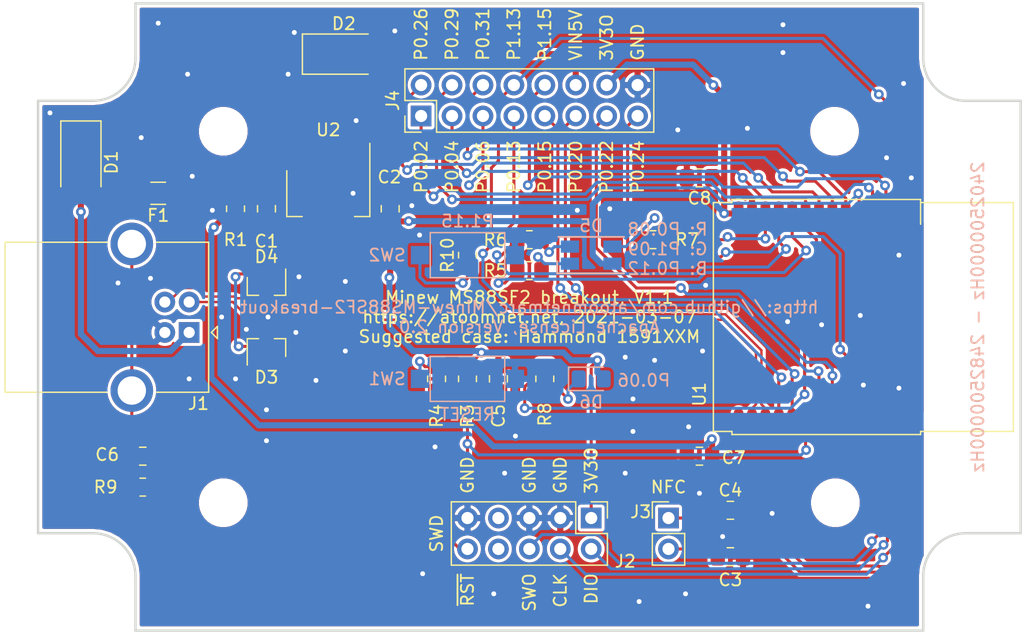
<source format=kicad_pcb>
(kicad_pcb (version 20171130) (host pcbnew "(5.1.9)-1")
  (layers (0 F.Cu signal) (31 B.Cu signal) (34 B.Paste user) (35 F.Paste user hide) (36 B.SilkS user) (37 F.SilkS user) (38 B.Mask user) (39 F.Mask user hide) (44 Edge.Cuts user))
  (net 0 "")
  (net 1 GND)
  (net 2 ~RESET)
  (net 3 "Net-(J2-Pad8)")
  (net 4 "Net-(J2-Pad7)")
  (net 5 SWO)
  (net 6 SWCLK)
  (net 7 SWDIO)
  (net 8 +3V3)
  (net 9 NFC2)
  (net 10 NFC1)
  (net 11 VBUS)
  (net 12 "Net-(D1-Pad1)")
  (net 13 VIN)
  (net 14 P0.02)
  (net 15 P0.04)
  (net 16 P0.06)
  (net 17 "Net-(R4-Pad1)")
  (net 18 "Net-(D5-Pad1)")
  (net 19 "Net-(D5-Pad2)")
  (net 20 "Net-(D5-Pad3)")
  (net 21 "Net-(D6-Pad1)")
  (net 22 P0.08)
  (net 23 P1.09)
  (net 24 P0.12)
  (net 25 P0.24)
  (net 26 P0.22)
  (net 27 P0.20)
  (net 28 P0.15)
  (net 29 P0.13)
  (net 30 P1.13)
  (net 31 P1.15)
  (net 32 P0.29)
  (net 33 P0.31)
  (net 34 P0.26)
  (net 35 "Net-(C6-Pad1)")
  (net 36 "Net-(R10-Pad1)")
  (net 37 /USB+)
  (net 38 /USB-)
  (net 39 "Net-(C7-Pad1)")
  (net 40 VUSB)
  (module Resistor_SMD:R_0805_2012Metric_Pad1.20x1.40mm_HandSolder (layer F.Cu) (at -24.13 -8.89 90)
    (fp_text reference R1 (at -2.54 0 180) (layer F.SilkS))
    (fp_text value 4R7)
    (pad 2 smd roundrect (at 1 0 90) (size 1.2 1.4) (layers F.Cu F.Paste F.Mask) (roundrect_rratio 0.208333) (net 11 VBUS))
    (pad 1 smd roundrect (at -1 0 90) (size 1.2 1.4) (layers F.Cu F.Paste F.Mask) (roundrect_rratio 0.208333) (net 39 "Net-(C7-Pad1)"))
  )
  (module Capacitor_SMD:C_0805_2012Metric_Pad1.18x1.45mm_HandSolder (layer F.Cu) (at 13.97 -11.43 180)
    (fp_text reference C8 (at 0 -1.68) (layer F.SilkS))
    (fp_text value 10uF)
    (pad 2 smd roundrect (at 1.0375 0 180) (size 1.175 1.45) (layers F.Cu F.Paste F.Mask) (roundrect_rratio 0.2127659574468085) (net 1 GND))
    (pad 1 smd roundrect (at -1.0375 0 180) (size 1.175 1.45) (layers F.Cu F.Paste F.Mask) (roundrect_rratio 0.2127659574468085) (net 8 +3V3))
  )
  (module Capacitor_SMD:C_0805_2012Metric_Pad1.18x1.45mm_HandSolder (layer F.Cu) (at 13.97 11.43 180)
    (fp_text reference C7 (at -2.8155 -0.127) (layer F.SilkS))
    (fp_text value 10uF)
    (pad 2 smd roundrect (at 1.0375 0 180) (size 1.175 1.45) (layers F.Cu F.Paste F.Mask) (roundrect_rratio 0.2127659574468085) (net 1 GND))
    (pad 1 smd roundrect (at -1.0375 0 180) (size 1.175 1.45) (layers F.Cu F.Paste F.Mask) (roundrect_rratio 0.2127659574468085) (net 39 "Net-(C7-Pad1)"))
  )
  (module Button_Switch_SMD:SW_SPST_CK_RS282G05A3 (layer B.Cu) (at -5.08 -5.08)
    (fp_text reference SW2 (at -6.604 0) (layer B.SilkS) (effects (justify mirror)))
    (fp_text value SW_Push)
    (pad 2 smd rect (at 3.9 0) (size 1.5 1.5) (layers B.Cu B.Paste B.Mask) (net 1 GND))
    (pad 1 smd rect (at -3.9 0) (size 1.5 1.5) (layers B.Cu B.Paste B.Mask) (net 36 "Net-(R10-Pad1)"))
  )
  (module Resistor_SMD:R_0805_2012Metric_Pad1.20x1.40mm_HandSolder (layer F.Cu) (at -5.08 -5.08 90)
    (fp_text reference R10 (at 0 -1.65 90) (layer F.SilkS))
    (fp_text value 100R)
    (pad 2 smd roundrect (at 1 0 90) (size 1.2 1.4) (layers F.Cu F.Paste F.Mask) (roundrect_rratio 0.2083325) (net 30 P1.13))
    (pad 1 smd roundrect (at -1 0 90) (size 1.2 1.4) (layers F.Cu F.Paste F.Mask) (roundrect_rratio 0.2083325) (net 36 "Net-(R10-Pad1)"))
  )
  (module Resistor_SMD:R_0805_2012Metric_Pad1.20x1.40mm_HandSolder (layer F.Cu) (at -31.75 13.97 180)
    (fp_text reference R9 (at 3.048 0) (layer F.SilkS))
    (fp_text value 1M)
    (pad 2 smd roundrect (at 1 0 180) (size 1.2 1.4) (layers F.Cu F.Paste F.Mask) (roundrect_rratio 0.2083325) (net 35 "Net-(C6-Pad1)"))
    (pad 1 smd roundrect (at -1 0 180) (size 1.2 1.4) (layers F.Cu F.Paste F.Mask) (roundrect_rratio 0.2083325) (net 1 GND))
  )
  (module Connector_PinHeader_2.54mm:PinHeader_2x08_P2.54mm_Vertical (layer F.Cu) (at -8.89 -16.51 90)
    (fp_text reference J4 (at 1.27 -2.33 90) (layer F.SilkS))
    (fp_text value Conn_02x08_Odd_Even)
    (pad 16 thru_hole oval (at 2.54 17.78 90) (size 1.7 1.7) (drill 1) (layers *.Cu *.Mask) (net 1 GND))
    (pad 15 thru_hole oval (at 0 17.78 90) (size 1.7 1.7) (drill 1) (layers *.Cu *.Mask) (net 25 P0.24))
    (pad 14 thru_hole oval (at 2.54 15.24 90) (size 1.7 1.7) (drill 1) (layers *.Cu *.Mask) (net 8 +3V3))
    (pad 13 thru_hole oval (at 0 15.24 90) (size 1.7 1.7) (drill 1) (layers *.Cu *.Mask) (net 26 P0.22))
    (pad 12 thru_hole oval (at 2.54 12.7 90) (size 1.7 1.7) (drill 1) (layers *.Cu *.Mask) (net 13 VIN))
    (pad 11 thru_hole oval (at 0 12.7 90) (size 1.7 1.7) (drill 1) (layers *.Cu *.Mask) (net 27 P0.20))
    (pad 10 thru_hole oval (at 2.54 10.16 90) (size 1.7 1.7) (drill 1) (layers *.Cu *.Mask) (net 31 P1.15))
    (pad 9 thru_hole oval (at 0 10.16 90) (size 1.7 1.7) (drill 1) (layers *.Cu *.Mask) (net 28 P0.15))
    (pad 8 thru_hole oval (at 2.54 7.62 90) (size 1.7 1.7) (drill 1) (layers *.Cu *.Mask) (net 30 P1.13))
    (pad 7 thru_hole oval (at 0 7.62 90) (size 1.7 1.7) (drill 1) (layers *.Cu *.Mask) (net 29 P0.13))
    (pad 6 thru_hole oval (at 2.54 5.08 90) (size 1.7 1.7) (drill 1) (layers *.Cu *.Mask) (net 33 P0.31))
    (pad 5 thru_hole oval (at 0 5.08 90) (size 1.7 1.7) (drill 1) (layers *.Cu *.Mask) (net 16 P0.06))
    (pad 4 thru_hole oval (at 2.54 2.54 90) (size 1.7 1.7) (drill 1) (layers *.Cu *.Mask) (net 32 P0.29))
    (pad 3 thru_hole oval (at 0 2.54 90) (size 1.7 1.7) (drill 1) (layers *.Cu *.Mask) (net 15 P0.04))
    (pad 2 thru_hole oval (at 2.54 0 90) (size 1.7 1.7) (drill 1) (layers *.Cu *.Mask) (net 34 P0.26))
    (pad 1 thru_hole rect (at 0 0 90) (size 1.7 1.7) (drill 1) (layers *.Cu *.Mask) (net 14 P0.02))
  )
  (module Capacitor_SMD:C_0805_2012Metric_Pad1.18x1.45mm_HandSolder (layer F.Cu) (at -31.75 11.43)
    (fp_text reference C6 (at -2.921 -0.127) (layer F.SilkS))
    (fp_text value 1nF)
    (pad 2 smd roundrect (at 1.0375 0) (size 1.175 1.45) (layers F.Cu F.Paste F.Mask) (roundrect_rratio 0.2127659574468085) (net 1 GND))
    (pad 1 smd roundrect (at -1.0375 0) (size 1.175 1.45) (layers F.Cu F.Paste F.Mask) (roundrect_rratio 0.2127659574468085) (net 35 "Net-(C6-Pad1)"))
  )
  (module Resistor_SMD:R_0805_2012Metric_Pad1.20x1.40mm_HandSolder (layer F.Cu) (at 1.27 5.08 270)
    (fp_text reference R8 (at 2.921 0 90) (layer F.SilkS))
    (fp_text value 2k2)
    (pad 2 smd roundrect (at 1 0 270) (size 1.2 1.4) (layers F.Cu F.Paste F.Mask) (roundrect_rratio 0.2083325) (net 21 "Net-(D6-Pad1)"))
    (pad 1 smd roundrect (at -1 0 270) (size 1.2 1.4) (layers F.Cu F.Paste F.Mask) (roundrect_rratio 0.2083325) (net 16 P0.06))
  )
  (module Resistor_SMD:R_0805_2012Metric_Pad1.20x1.40mm_HandSolder (layer F.Cu) (at 10.16 -6.35 180)
    (fp_text reference R7 (at -2.794 0) (layer F.SilkS))
    (fp_text value 390R)
    (pad 2 smd roundrect (at 1 0 180) (size 1.2 1.4) (layers F.Cu F.Paste F.Mask) (roundrect_rratio 0.2083325) (net 20 "Net-(D5-Pad3)"))
    (pad 1 smd roundrect (at -1 0 180) (size 1.2 1.4) (layers F.Cu F.Paste F.Mask) (roundrect_rratio 0.2083325) (net 24 P0.12))
  )
  (module Resistor_SMD:R_0805_2012Metric_Pad1.20x1.40mm_HandSolder (layer F.Cu) (at 0 -6.35)
    (fp_text reference R6 (at -2.794 0) (layer F.SilkS))
    (fp_text value 2k2)
    (pad 2 smd roundrect (at 1 0) (size 1.2 1.4) (layers F.Cu F.Paste F.Mask) (roundrect_rratio 0.2083325) (net 19 "Net-(D5-Pad2)"))
    (pad 1 smd roundrect (at -1 0) (size 1.2 1.4) (layers F.Cu F.Paste F.Mask) (roundrect_rratio 0.2083325) (net 23 P1.09))
  )
  (module Resistor_SMD:R_0805_2012Metric_Pad1.20x1.40mm_HandSolder (layer F.Cu) (at 0 -3.81)
    (fp_text reference R5 (at -2.794 0) (layer F.SilkS))
    (fp_text value 1k2)
    (pad 2 smd roundrect (at 1 0) (size 1.2 1.4) (layers F.Cu F.Paste F.Mask) (roundrect_rratio 0.2083325) (net 18 "Net-(D5-Pad1)"))
    (pad 1 smd roundrect (at -1 0) (size 1.2 1.4) (layers F.Cu F.Paste F.Mask) (roundrect_rratio 0.2083325) (net 22 P0.08))
  )
  (module LED_SMD:LED_0805_2012Metric_Pad1.15x1.40mm_HandSolder (layer B.Cu) (at 5.08 5.08)
    (fp_text reference D6 (at 0 1.905) (layer B.SilkS) (effects (justify mirror)))
    (fp_text value green)
    (pad 2 smd roundrect (at 1.025 0) (size 1.15 1.4) (layers B.Cu B.Paste B.Mask) (roundrect_rratio 0.2173904347826087) (net 8 +3V3))
    (pad 1 smd roundrect (at -1.025 0) (size 1.15 1.4) (layers B.Cu B.Paste B.Mask) (roundrect_rratio 0.2173904347826087) (net 21 "Net-(D6-Pad1)"))
  )
  (module LED_SMD-extra:LED_RGB_3528 (layer B.Cu) (at 5.08 -5.08)
    (fp_text reference D5 (at 0 -2.413) (layer B.SilkS) (effects (justify mirror)))
    (fp_text value LED_RGBA)
    (pad 1 smd rect (at -1.75 0.7 180) (size 1.5 1) (layers B.Cu B.Paste B.Mask) (net 18 "Net-(D5-Pad1)"))
    (pad 2 smd rect (at -1.75 -0.7 180) (size 1.5 1) (layers B.Cu B.Paste B.Mask) (net 19 "Net-(D5-Pad2)"))
    (pad 4 smd rect (at 1.75 0.7 180) (size 1.5 1) (layers B.Cu B.Paste B.Mask) (net 8 +3V3))
    (pad 3 smd rect (at 1.75 -0.7 180) (size 1.5 1) (layers B.Cu B.Paste B.Mask) (net 20 "Net-(D5-Pad3)"))
  )
  (module Capacitor_SMD:C_0805_2012Metric_Pad1.18x1.45mm_HandSolder (layer F.Cu) (at -2.54 5.08 90)
    (fp_text reference C5 (at -3.048 0 90) (layer F.SilkS))
    (fp_text value 100nF)
    (pad 2 smd roundrect (at 1.0375 0 90) (size 1.175 1.45) (layers F.Cu F.Paste F.Mask) (roundrect_rratio 0.2127659574468085) (net 1 GND))
    (pad 1 smd roundrect (at -1.0375 0 90) (size 1.175 1.45) (layers F.Cu F.Paste F.Mask) (roundrect_rratio 0.2127659574468085) (net 2 ~RESET))
  )
  (module Button_Switch_SMD:SW_SPST_CK_RS282G05A3 (layer B.Cu) (at -5.08 5.08)
    (fp_text reference SW1 (at -6.604 0) (layer B.SilkS) (effects (justify mirror)))
    (fp_text value SW_Push)
    (pad 2 smd rect (at 3.9 0) (size 1.5 1.5) (layers B.Cu B.Paste B.Mask) (net 1 GND))
    (pad 1 smd rect (at -3.9 0) (size 1.5 1.5) (layers B.Cu B.Paste B.Mask) (net 17 "Net-(R4-Pad1)"))
  )
  (module Resistor_SMD:R_0805_2012Metric_Pad1.20x1.40mm_HandSolder (layer F.Cu) (at -7.62 5.08 270)
    (fp_text reference R4 (at 3.048 0 90) (layer F.SilkS))
    (fp_text value 100R)
    (pad 2 smd roundrect (at 1 0 270) (size 1.2 1.4) (layers F.Cu F.Paste F.Mask) (roundrect_rratio 0.2083325) (net 2 ~RESET))
    (pad 1 smd roundrect (at -1 0 270) (size 1.2 1.4) (layers F.Cu F.Paste F.Mask) (roundrect_rratio 0.2083325) (net 17 "Net-(R4-Pad1)"))
  )
  (module Resistor_SMD:R_0805_2012Metric_Pad1.20x1.40mm_HandSolder (layer F.Cu) (at -5.08 5.08 90)
    (fp_text reference R3 (at -3.048 0 90) (layer F.SilkS))
    (fp_text value 10k)
    (pad 2 smd roundrect (at 1 0 90) (size 1.2 1.4) (layers F.Cu F.Paste F.Mask) (roundrect_rratio 0.2083325) (net 8 +3V3))
    (pad 1 smd roundrect (at -1 0 90) (size 1.2 1.4) (layers F.Cu F.Paste F.Mask) (roundrect_rratio 0.2083325) (net 2 ~RESET))
  )
  (module Package_TO_SOT_SMD:SOT-223-3_TabPin2 (layer F.Cu) (at -16.51 -10.16 270)
    (fp_text reference U2 (at -5.207 0 180) (layer F.SilkS))
    (fp_text value NCP1117LPST33T3G)
    (pad 1 smd rect (at -3.15 -2.3 270) (size 2 1.5) (layers F.Cu F.Paste F.Mask) (net 1 GND))
    (pad 3 smd rect (at -3.15 2.3 270) (size 2 1.5) (layers F.Cu F.Paste F.Mask) (net 11 VBUS))
    (pad 2 smd rect (at -3.15 0 270) (size 2 1.5) (layers F.Cu F.Paste F.Mask) (net 8 +3V3))
    (pad 2 smd rect (at 3.15 0 270) (size 2 3.8) (layers F.Cu F.Paste F.Mask) (net 8 +3V3))
  )
  (module Connector_PinHeader_2.54mm:PinHeader_1x02_P2.54mm_Vertical (layer F.Cu) (at 11.43 16.51)
    (fp_text reference J3 (at -2.286 -0.508) (layer F.SilkS))
    (fp_text value Conn_01x02_Male)
    (pad 2 thru_hole oval (at 0 2.54) (size 1.7 1.7) (drill 1) (layers *.Cu *.Mask) (net 9 NFC2))
    (pad 1 thru_hole rect (at 0 0) (size 1.7 1.7) (drill 1) (layers *.Cu *.Mask) (net 10 NFC1))
  )
  (module Fuse:Fuse_1206_3216Metric_Pad1.42x1.75mm_HandSolder (layer F.Cu) (at -30.48 -10.16 180)
    (fp_text reference F1 (at 0 -1.82) (layer F.SilkS))
    (fp_text value "Polyfuse 0.5A/6V")
    (pad 2 smd roundrect (at 1.4875 0 180) (size 1.425 1.75) (layers F.Cu F.Paste F.Mask) (roundrect_rratio 0.1754385964912281) (net 12 "Net-(D1-Pad1)"))
    (pad 1 smd roundrect (at -1.4875 0 180) (size 1.425 1.75) (layers F.Cu F.Paste F.Mask) (roundrect_rratio 0.1754385964912281) (net 11 VBUS))
  )
  (module Package_TO_SOT_SMD:SOT-23 (layer F.Cu) (at -21.59 -2.54 270)
    (fp_text reference D4 (at -2.413 0 180) (layer F.SilkS))
    (fp_text value BAV99)
    (pad 3 smd rect (at 1 0 270) (size 0.9 0.8) (layers F.Cu F.Paste F.Mask) (net 37 /USB+))
    (pad 2 smd rect (at -1 0.95 270) (size 0.9 0.8) (layers F.Cu F.Paste F.Mask) (net 8 +3V3))
    (pad 1 smd rect (at -1 -0.95 270) (size 0.9 0.8) (layers F.Cu F.Paste F.Mask) (net 1 GND))
  )
  (module Package_TO_SOT_SMD:SOT-23 (layer F.Cu) (at -21.59 2.54 90)
    (fp_text reference D3 (at -2.413 0 180) (layer F.SilkS))
    (fp_text value BAV99)
    (pad 3 smd rect (at 1 0 90) (size 0.9 0.8) (layers F.Cu F.Paste F.Mask) (net 38 /USB-))
    (pad 2 smd rect (at -1 0.95 90) (size 0.9 0.8) (layers F.Cu F.Paste F.Mask) (net 8 +3V3))
    (pad 1 smd rect (at -1 -0.95 90) (size 0.9 0.8) (layers F.Cu F.Paste F.Mask) (net 1 GND))
  )
  (module Diode_SMD:D_SMA (layer F.Cu) (at -15.24 -21.59)
    (fp_text reference D2 (at 0 -2.5) (layer F.SilkS))
    (fp_text value SS14)
    (pad 2 smd rect (at 2 0) (size 2.5 1.8) (layers F.Cu F.Paste F.Mask) (net 13 VIN))
    (pad 1 smd rect (at -2 0) (size 2.5 1.8) (layers F.Cu F.Paste F.Mask) (net 12 "Net-(D1-Pad1)"))
  )
  (module Diode_SMD:D_SMA (layer F.Cu) (at -36.83 -12.7 270)
    (fp_text reference D1 (at 0 -2.5 90) (layer F.SilkS))
    (fp_text value SS14)
    (pad 2 smd rect (at 2 0 270) (size 2.5 1.8) (layers F.Cu F.Paste F.Mask) (net 40 VUSB))
    (pad 1 smd rect (at -2 0 270) (size 2.5 1.8) (layers F.Cu F.Paste F.Mask) (net 12 "Net-(D1-Pad1)"))
  )
  (module Capacitor_SMD:C_0805_2012Metric_Pad1.18x1.45mm_HandSolder (layer F.Cu) (at 16.51 15.875)
    (fp_text reference C4 (at 0 -1.651) (layer F.SilkS))
    (fp_text value 100pF)
    (pad 2 smd roundrect (at 1.0375 0) (size 1.175 1.45) (layers F.Cu F.Paste F.Mask) (roundrect_rratio 0.2127659574468085) (net 1 GND))
    (pad 1 smd roundrect (at -1.0375 0) (size 1.175 1.45) (layers F.Cu F.Paste F.Mask) (roundrect_rratio 0.2127659574468085) (net 10 NFC1))
  )
  (module Capacitor_SMD:C_0805_2012Metric_Pad1.18x1.45mm_HandSolder (layer F.Cu) (at 16.51 19.685)
    (fp_text reference C3 (at 0 1.905) (layer F.SilkS))
    (fp_text value 100pF)
    (pad 2 smd roundrect (at 1.0375 0) (size 1.175 1.45) (layers F.Cu F.Paste F.Mask) (roundrect_rratio 0.2127659574468085) (net 1 GND))
    (pad 1 smd roundrect (at -1.0375 0) (size 1.175 1.45) (layers F.Cu F.Paste F.Mask) (roundrect_rratio 0.2127659574468085) (net 9 NFC2))
  )
  (module Capacitor_SMD:C_0805_2012Metric_Pad1.18x1.45mm_HandSolder (layer F.Cu) (at -11.43 -8.89 90)
    (fp_text reference C2 (at 2.6035 -0.0635 180) (layer F.SilkS))
    (fp_text value 10uF)
    (pad 2 smd roundrect (at 1.0375 0 90) (size 1.175 1.45) (layers F.Cu F.Paste F.Mask) (roundrect_rratio 0.2127659574468085) (net 1 GND))
    (pad 1 smd roundrect (at -1.0375 0 90) (size 1.175 1.45) (layers F.Cu F.Paste F.Mask) (roundrect_rratio 0.2127659574468085) (net 8 +3V3))
  )
  (module Capacitor_SMD:C_0805_2012Metric_Pad1.18x1.45mm_HandSolder (layer F.Cu) (at -21.59 -8.89 270)
    (fp_text reference C1 (at 2.667 0 180) (layer F.SilkS))
    (fp_text value 10uF)
    (pad 2 smd roundrect (at 1.0375 0 270) (size 1.175 1.45) (layers F.Cu F.Paste F.Mask) (roundrect_rratio 0.2127659574468085) (net 1 GND))
    (pad 1 smd roundrect (at -1.0375 0 270) (size 1.175 1.45) (layers F.Cu F.Paste F.Mask) (roundrect_rratio 0.2127659574468085) (net 11 VBUS))
  )
  (module Connector_PinHeader_2.54mm:PinHeader_2x05_P2.54mm_Vertical (layer F.Cu) (at 5.08 16.51 270)
    (fp_text reference J2 (at 3.556 -2.794 180) (layer F.SilkS))
    (fp_text value Conn_ARM_JTAG_SWD_10)
    (pad 10 thru_hole oval (at 2.54 10.16 270) (size 1.7 1.7) (drill 1) (layers *.Cu *.Mask) (net 2 ~RESET))
    (pad 9 thru_hole oval (at 0 10.16 270) (size 1.7 1.7) (drill 1) (layers *.Cu *.Mask) (net 1 GND))
    (pad 8 thru_hole oval (at 2.54 7.62 270) (size 1.7 1.7) (drill 1) (layers *.Cu *.Mask) (net 3 "Net-(J2-Pad8)"))
    (pad 7 thru_hole oval (at 0 7.62 270) (size 1.7 1.7) (drill 1) (layers *.Cu *.Mask) (net 4 "Net-(J2-Pad7)"))
    (pad 6 thru_hole oval (at 2.54 5.08 270) (size 1.7 1.7) (drill 1) (layers *.Cu *.Mask) (net 5 SWO))
    (pad 5 thru_hole oval (at 0 5.08 270) (size 1.7 1.7) (drill 1) (layers *.Cu *.Mask) (net 1 GND))
    (pad 4 thru_hole oval (at 2.54 2.54 270) (size 1.7 1.7) (drill 1) (layers *.Cu *.Mask) (net 6 SWCLK))
    (pad 3 thru_hole oval (at 0 2.54 270) (size 1.7 1.7) (drill 1) (layers *.Cu *.Mask) (net 1 GND))
    (pad 2 thru_hole oval (at 2.54 0 270) (size 1.7 1.7) (drill 1) (layers *.Cu *.Mask) (net 7 SWDIO))
    (pad 1 thru_hole rect (at 0 0 270) (size 1.7 1.7) (drill 1) (layers *.Cu *.Mask) (net 8 +3V3))
  )
  (module RF_Module-extra:MS88SF2-handsolder (layer F.Cu) (at 15.875 0 270)
    (fp_text reference U1 (at 6.35 1.905 270) (layer F.SilkS))
    (fp_text value MS88SF2)
    (pad 26 smd oval (at 8.5 -13.41 270) (size 2 0.8) (layers F.Cu F.Paste F.Mask) (net 6 SWCLK))
    (pad 25 smd oval (at 8.5 -12.31 270) (size 2 0.8) (layers F.Cu F.Paste F.Mask) (net 7 SWDIO))
    (pad 24 smd oval (at 8.5 -11.21 270) (size 2 0.8) (layers F.Cu F.Paste F.Mask) (net 5 SWO))
    (pad 23 smd oval (at 8.5 -10.11 270) (size 2 0.8) (layers F.Cu F.Paste F.Mask) (net 25 P0.24))
    (pad 22 smd oval (at 8.5 -9.01 270) (size 2 0.8) (layers F.Cu F.Paste F.Mask) (net 26 P0.22))
    (pad 21 smd oval (at 8.5 -7.91 270) (size 2 0.8) (layers F.Cu F.Paste F.Mask) (net 27 P0.20))
    (pad 20 smd oval (at 8.5 -6.81 270) (size 2 0.8) (layers F.Cu F.Paste F.Mask) (net 2 ~RESET))
    (pad 19 smd oval (at 8.5 -5.71 270) (size 2 0.8) (layers F.Cu F.Paste F.Mask) (net 28 P0.15))
    (pad 18 smd oval (at 8.5 -4.61 270) (size 2 0.8) (layers F.Cu F.Paste F.Mask) (net 29 P0.13))
    (pad 17 smd oval (at 8.5 -3.51 270) (size 2 0.8) (layers F.Cu F.Paste F.Mask) (net 37 /USB+))
    (pad 16 smd oval (at 8.5 -2.41 270) (size 2 0.8) (layers F.Cu F.Paste F.Mask) (net 38 /USB-))
    (pad 28 smd oval (at 8.5 -15.61 270) (size 2 0.8) (layers F.Cu F.Paste F.Mask) (net 9 NFC2))
    (pad 27 smd oval (at 8.5 -14.51 270) (size 2 0.8) (layers F.Cu F.Paste F.Mask) (net 10 NFC1))
    (pad 1 smd oval (at -8.5 -15.61 270) (size 2 0.8) (layers F.Cu F.Paste F.Mask) (net 1 GND))
    (pad 2 smd oval (at -8.5 -14.51 270) (size 2 0.8) (layers F.Cu F.Paste F.Mask) (net 30 P1.13))
    (pad 3 smd oval (at -8.5 -13.41 270) (size 2 0.8) (layers F.Cu F.Paste F.Mask) (net 31 P1.15))
    (pad 4 smd oval (at -8.5 -12.31 270) (size 2 0.8) (layers F.Cu F.Paste F.Mask) (net 14 P0.02))
    (pad 5 smd oval (at -8.5 -11.21 270) (size 2 0.8) (layers F.Cu F.Paste F.Mask) (net 32 P0.29))
    (pad 6 smd oval (at -8.5 -10.11 270) (size 2 0.8) (layers F.Cu F.Paste F.Mask) (net 33 P0.31))
    (pad 7 smd oval (at -8.5 -9.01 270) (size 2 0.8) (layers F.Cu F.Paste F.Mask) (net 34 P0.26))
    (pad 8 smd oval (at -8.5 -7.91 270) (size 2 0.8) (layers F.Cu F.Paste F.Mask) (net 15 P0.04))
    (pad 9 smd oval (at -8.5 -6.81 270) (size 2 0.8) (layers F.Cu F.Paste F.Mask) (net 16 P0.06))
    (pad 10 smd oval (at -8.5 -5.71 270) (size 2 0.8) (layers F.Cu F.Paste F.Mask) (net 22 P0.08))
    (pad 11 smd oval (at -8.5 -4.61 270) (size 2 0.8) (layers F.Cu F.Paste F.Mask) (net 23 P1.09))
    (pad 12 smd oval (at -8.5 -3.51 270) (size 2 0.8) (layers F.Cu F.Paste F.Mask) (net 24 P0.12))
    (pad 13 smd oval (at -8.5 -2.41 270) (size 2 0.8) (layers F.Cu F.Paste F.Mask) (net 1 GND))
    (pad 14 smd oval (at -8.5 -1.31 270) (size 2 0.8) (layers F.Cu F.Paste F.Mask) (net 8 +3V3))
    (pad 15 smd oval (at 8.5 -1.31 270) (size 2 0.8) (layers F.Cu F.Paste F.Mask) (net 39 "Net-(C7-Pad1)"))
  )
  (module Connector_USB-fixed:USB_B_OST_USB-B1HSxx_Horizontal (layer F.Cu) (at -27.94 1.27 180)
    (fp_text reference J1 (at -0.762 -5.842) (layer F.SilkS))
    (fp_text value USB_B)
    (pad 5 thru_hole circle (at 4.71 7.27 180) (size 3.5 3.5) (drill 2.33) (layers *.Cu *.Mask) (net 35 "Net-(C6-Pad1)"))
    (pad 5 thru_hole circle (at 4.71 -4.77 180) (size 3.5 3.5) (drill 2.33) (layers *.Cu *.Mask) (net 35 "Net-(C6-Pad1)"))
    (pad 4 thru_hole circle (at 2 0 180) (size 1.7 1.7) (drill 0.92) (layers *.Cu *.Mask) (net 1 GND))
    (pad 3 thru_hole circle (at 2 2.5 180) (size 1.7 1.7) (drill 0.92) (layers *.Cu *.Mask) (net 37 /USB+))
    (pad 2 thru_hole circle (at 0 2.5 180) (size 1.7 1.7) (drill 0.92) (layers *.Cu *.Mask) (net 38 /USB-))
    (pad 1 thru_hole rect (at 0 0 180) (size 1.7 1.7) (drill 0.92) (layers *.Cu *.Mask) (net 40 VUSB))
  )
  (module MountingHole:MountingHole_3.5mm (layer F.Cu) (at 25.135 15.255)
    (fp_text reference H4 hide)
    (fp_text value MountingHole)
    (pad 1 np_thru_hole circle (at 0 0) (size 3.5 3.5) (drill 3.5) (layers *.Cu *.Mask))
  )
  (module MountingHole:MountingHole_3.5mm (layer F.Cu) (at 25.065 -15.255)
    (fp_text reference H3 hide)
    (fp_text value MountingHole)
    (pad 1 np_thru_hole circle (at 0 0) (size 3.5 3.5) (drill 3.5) (layers *.Cu *.Mask))
  )
  (module MountingHole:MountingHole_3.5mm (layer F.Cu) (at -25.135 15.255)
    (fp_text reference H2 hide)
    (fp_text value MountingHole)
    (pad 1 np_thru_hole circle (at 0 0) (size 3.5 3.5) (drill 3.5) (layers *.Cu *.Mask))
  )
  (module MountingHole:MountingHole_3.5mm (layer F.Cu) (at -25.135 -15.255)
    (fp_text reference H1 hide)
    (fp_text value MountingHole)
    (pad 1 np_thru_hole circle (at 0 0) (size 3.5 3.5) (drill 3.5) (layers *.Cu *.Mask))
  )
  (gr_text "2402500000Hz - 2482500000Hz" (at 36.83 0 90) (layer B.SilkS) (effects (font (size 1 1)) (justify mirror)))
  (gr_text "https://github.com/atoomnetmarc/Minew-MS88SF2-breakout\nApache License, Version 2.0" (at 0 0) (layer B.SilkS) (effects (font (size 1 1)) (justify mirror)))
  (gr_text "R: P0.08\nG: P1.09\nB: P0.12" (at 14.732 -5.588) (layer B.SilkS) (effects (font (size 1 1)) (justify left mirror)))
  (gr_text P0.06 (at 9.398 5.207) (layer B.SilkS) (effects (font (size 1 1)) (justify mirror)))
  (gr_text P1.15 (at -5.08 -7.874) (layer B.SilkS) (effects (font (size 1 1)) (justify mirror)))
  (gr_text RESET (at -5.08 8.001) (layer B.SilkS) (effects (font (size 1 1)) (justify mirror)))
  (gr_text NFC (at 11.43 13.97) (layer F.SilkS) (effects (font (size 1 1))))
  (gr_text GND (at -5.08 14.605 90) (layer F.SilkS) (effects (font (size 1 1)) (justify left)))
  (gr_text GND (at 0 14.605 90) (layer F.SilkS) (effects (font (size 1 1)) (justify left)))
  (gr_text GND (at 2.54 14.605 90) (layer F.SilkS) (effects (font (size 1 1)) (justify left)))
  (gr_text 3V3O (at 5.08 14.605 90) (layer F.SilkS) (effects (font (size 1 1)) (justify left)))
  (gr_text ~RST (at -5.08 20.955 90) (layer F.SilkS) (effects (font (size 1 1)) (justify right)))
  (gr_text SWO (at 0 20.955 90) (layer F.SilkS) (effects (font (size 1 1)) (justify right)))
  (gr_text CLK (at 2.54 20.955 90) (layer F.SilkS) (effects (font (size 1 1)) (justify right)))
  (gr_text DIO (at 5.08 20.955 90) (layer F.SilkS) (effects (font (size 1 1)) (justify right)))
  (gr_text P0.24 (at 8.89 -14.605 90) (layer F.SilkS) (effects (font (size 1 1)) (justify right)))
  (gr_text P0.22 (at 6.35 -14.605 90) (layer F.SilkS) (effects (font (size 1 1)) (justify right)))
  (gr_text P0.20 (at 3.81 -14.605 90) (layer F.SilkS) (effects (font (size 1 1)) (justify right)))
  (gr_text P0.15 (at 1.27 -14.605 90) (layer F.SilkS) (effects (font (size 1 1)) (justify right)))
  (gr_text P0.13 (at -1.27 -14.605 90) (layer F.SilkS) (effects (font (size 1 1)) (justify right)))
  (gr_text P0.06 (at -3.81 -14.605 90) (layer F.SilkS) (effects (font (size 1 1)) (justify right)))
  (gr_text P0.04 (at -6.35 -14.605 90) (layer F.SilkS) (effects (font (size 1 1)) (justify right)))
  (gr_text P0.02 (at -8.89 -14.605 90) (layer F.SilkS) (effects (font (size 1 1)) (justify right)))
  (gr_text GND (at 8.89 -20.955 90) (layer F.SilkS) (effects (font (size 1 1)) (justify left)))
  (gr_text 3V3O (at 6.35 -20.955 90) (layer F.SilkS) (effects (font (size 1 1)) (justify left)))
  (gr_text VIN5V (at 3.81 -20.955 90) (layer F.SilkS) (effects (font (size 1 1)) (justify left)))
  (gr_text P1.15 (at 1.27 -20.955 90) (layer F.SilkS) (effects (font (size 1 1)) (justify left)))
  (gr_text P1.13 (at -1.27 -20.955 90) (layer F.SilkS) (effects (font (size 1 1)) (justify left)))
  (gr_text P0.31 (at -3.81 -20.955 90) (layer F.SilkS) (effects (font (size 1 1)) (justify left)))
  (gr_text P0.29 (at -6.35 -20.955 90) (layer F.SilkS) (effects (font (size 1 1)) (justify left)))
  (gr_text P0.26 (at -8.89 -20.955 90) (layer F.SilkS) (effects (font (size 1 1)) (justify left)))
  (gr_text SWD (at -7.62 17.78 90) (layer F.SilkS) (effects (font (size 1 1))))
  (gr_line (start -32.35 -21.265) (end -32.35 -25.755) (layer Edge.Cuts) (width 0.2))
  (gr_arc (start -35.86 -21.265) (end -35.86 -17.755) (angle -90) (layer Edge.Cuts) (width 0.2))
  (gr_line (start -40.35 -17.755) (end -35.86 -17.755) (layer Edge.Cuts) (width 0.2))
  (gr_line (start -40.35 17.755) (end -40.35 -17.755) (layer Edge.Cuts) (width 0.2))
  (gr_line (start -35.86 17.755) (end -40.35 17.755) (layer Edge.Cuts) (width 0.2))
  (gr_arc (start -35.86 21.265) (end -32.35 21.265) (angle -90) (layer Edge.Cuts) (width 0.2))
  (gr_line (start -32.35 25.755) (end -32.35 21.265) (layer Edge.Cuts) (width 0.2))
  (gr_line (start 32.35 25.755) (end -32.35 25.755) (layer Edge.Cuts) (width 0.2))
  (gr_line (start 32.35 21.265) (end 32.35 25.755) (layer Edge.Cuts) (width 0.2))
  (gr_arc (start 35.86 21.265) (end 35.86 17.755) (angle -90) (layer Edge.Cuts) (width 0.2))
  (gr_line (start 40.35 17.755) (end 35.86 17.755) (layer Edge.Cuts) (width 0.2))
  (gr_line (start 40.35 -17.755) (end 40.35 17.755) (layer Edge.Cuts) (width 0.2))
  (gr_line (start 35.86 -17.755) (end 40.35 -17.755) (layer Edge.Cuts) (width 0.2))
  (gr_arc (start 35.86 -21.265) (end 32.35 -21.265) (angle -90) (layer Edge.Cuts) (width 0.2))
  (gr_line (start 32.35 -25.755) (end 32.35 -21.265) (layer Edge.Cuts) (width 0.2))
  (gr_line (start -32.35 -25.755) (end 32.35 -25.755) (layer Edge.Cuts) (width 0.2))
  (gr_text "Minew MS88SF2 breakout, V1.1\nhttps://atoomnet.net, 2021-03-07\nSuggested case: Hammond 1591XXM" (at 0 0) (layer F.SilkS) (effects (font (size 1 1))))
  (via (at -15.113 -2.921) (size 0.8) (drill 0.4) (layers F.Cu B.Cu) (net 1))
  (via (at -15.113 2.794) (size 0.8) (drill 0.4) (layers F.Cu B.Cu) (net 1))
  (via (at 14.478 -2.6035) (size 0.8) (drill 0.4) (layers F.Cu B.Cu) (net 1))
  (via (at 14.224 2.794) (size 0.8) (drill 0.4) (layers F.Cu B.Cu) (net 1))
  (via (at 21.209 0.381) (size 0.8) (drill 0.4) (layers F.Cu B.Cu) (net 1))
  (via (at 7.874 3.302) (size 0.8) (drill 0.4) (layers F.Cu B.Cu) (net 1))
  (via (at 24.003 0.635) (size 0.8) (drill 0.4) (layers F.Cu B.Cu) (net 1))
  (via (at 27.178 -0.127) (size 0.8) (drill 0.4) (layers F.Cu B.Cu) (net 1))
  (via (at 27.432 5.588) (size 0.8) (drill 0.4) (layers F.Cu B.Cu) (net 1))
  (via (at 27.813 23.749) (size 0.8) (drill 0.4) (layers F.Cu B.Cu) (net 1))
  (via (at 19.939 16.129) (size 0.8) (drill 0.4) (layers F.Cu B.Cu) (net 1))
  (via (at 9.017 23.368) (size 0.8) (drill 0.4) (layers F.Cu B.Cu) (net 1))
  (via (at 7.874 12.827) (size 0.8) (drill 0.4) (layers F.Cu B.Cu) (net 1))
  (via (at 8.509 9.398) (size 0.8) (drill 0.4) (layers F.Cu B.Cu) (net 1))
  (via (at 8.509 6.731) (size 0.8) (drill 0.4) (layers F.Cu B.Cu) (net 1))
  (via (at 10.287 3.556) (size 0.8) (drill 0.4) (layers F.Cu B.Cu) (net 1))
  (via (at -7.747 10.668) (size 0.8) (drill 0.4) (layers F.Cu B.Cu) (net 1))
  (via (at -1.143 9.779) (size 0.8) (drill 0.4) (layers F.Cu B.Cu) (net 1))
  (via (at -2.032 12.827) (size 0.8) (drill 0.4) (layers F.Cu B.Cu) (net 1))
  (via (at -2.921 22.733) (size 0.8) (drill 0.4) (layers F.Cu B.Cu) (net 1))
  (via (at -8.763 21.082) (size 0.8) (drill 0.4) (layers F.Cu B.Cu) (net 1))
  (via (at -17.526 5.207) (size 0.8) (drill 0.4) (layers F.Cu B.Cu) (net 1))
  (via (at -18.923 -3.302) (size 0.8) (drill 0.4) (layers F.Cu B.Cu) (net 1))
  (via (at -19.177 1.27) (size 0.8) (drill 0.4) (layers F.Cu B.Cu) (net 1))
  (via (at -25.273 0) (size 0.8) (drill 0.4) (layers F.Cu B.Cu) (net 1))
  (via (at -21.463 0) (size 0.8) (drill 0.4) (layers F.Cu B.Cu) (net 1))
  (via (at -23.241 1.016) (size 0.8) (drill 0.4) (layers F.Cu B.Cu) (net 1))
  (via (at -31.115 -3.175) (size 0.8) (drill 0.4) (layers F.Cu B.Cu) (net 1))
  (via (at -33.782 -2.794) (size 0.8) (drill 0.4) (layers F.Cu B.Cu) (net 1))
  (via (at -26.035 -8.763) (size 0.8) (drill 0.4) (layers F.Cu B.Cu) (net 1))
  (via (at -27.686 -11.557) (size 0.8) (drill 0.4) (layers F.Cu B.Cu) (net 1))
  (via (at -31.877 -14.732) (size 0.8) (drill 0.4) (layers F.Cu B.Cu) (net 1))
  (via (at -39.37 -16.764) (size 0.8) (drill 0.4) (layers F.Cu B.Cu) (net 1))
  (via (at -28.067 -19.939) (size 0.8) (drill 0.4) (layers F.Cu B.Cu) (net 1))
  (via (at -30.48 -24.13) (size 0.8) (drill 0.4) (layers F.Cu B.Cu) (net 1))
  (via (at -19.304 -23.368) (size 0.8) (drill 0.4) (layers F.Cu B.Cu) (net 1))
  (via (at -19.812 -19.939) (size 0.8) (drill 0.4) (layers F.Cu B.Cu) (net 1))
  (via (at -14.478 -10.16) (size 0.8) (drill 0.4) (layers F.Cu B.Cu) (net 1))
  (via (at -14.224 -16.129) (size 0.8) (drill 0.4) (layers F.Cu B.Cu) (net 1))
  (via (at -11.049 -23.495) (size 0.8) (drill 0.4) (layers F.Cu B.Cu) (net 1))
  (via (at -9.652 -9.144) (size 0.8) (drill 0.4) (layers F.Cu B.Cu) (net 1))
  (via (at -9.017 -6.731) (size 0.8) (drill 0.4) (layers F.Cu B.Cu) (net 1))
  (via (at 12.192 -15.367) (size 0.8) (drill 0.4) (layers F.Cu B.Cu) (net 1))
  (via (at 17.907 -15.494) (size 0.8) (drill 0.4) (layers F.Cu B.Cu) (net 1))
  (via (at 20.828 -21.717) (size 0.8) (drill 0.4) (layers F.Cu B.Cu) (net 1))
  (via (at 20.828 -24.003) (size 0.8) (drill 0.4) (layers F.Cu B.Cu) (net 1))
  (via (at 29.337 -13.081) (size 0.8) (drill 0.4) (layers F.Cu B.Cu) (net 1))
  (via (at 30.734 -19.177) (size 0.8) (drill 0.4) (layers F.Cu B.Cu) (net 1))
  (via (at 30.353 -5.08) (size 0.8) (drill 0.4) (layers F.Cu B.Cu) (net 1))
  (via (at 31.369 -11.43) (size 0.8) (drill 0.4) (layers F.Cu B.Cu) (net 1))
  (via (at 30.353 5.842) (size 0.8) (drill 0.4) (layers F.Cu B.Cu) (net 1))
  (via (at 13.081 9.017) (size 0.8) (drill 0.4) (layers F.Cu B.Cu) (net 1))
  (via (at 15.875 18.034) (size 0.8) (drill 0.4) (layers F.Cu B.Cu) (net 1))
  (via (at 12.827 22.733) (size 0.8) (drill 0.4) (layers F.Cu B.Cu) (net 1))
  (via (at 13.97 14.478) (size 0.8) (drill 0.4) (layers F.Cu B.Cu) (net 1))
  (via (at 6.604 -8.89) (size 0.8) (drill 0.4) (layers F.Cu B.Cu) (net 1))
  (via (at 3.937 -8.763) (size 0.8) (drill 0.4) (layers F.Cu B.Cu) (net 1))
  (via (at -21.59 7.62) (size 0.8) (drill 0.4) (layers F.Cu B.Cu) (net 1))
  (via (at -21.59 10.16) (size 0.8) (drill 0.4) (layers F.Cu B.Cu) (net 1))
  (via (at -27.94 5.08) (size 0.8) (drill 0.4) (layers F.Cu B.Cu) (net 1))
  (via (at -24.13 5.08) (size 0.8) (drill 0.4) (layers F.Cu B.Cu) (net 1))
  (segment (start -7.62 6.08) (end -5.08 6.08) (width 0.25) (layer F.Cu) (net 2))
  (segment (start -5.0425 6.1175) (end -5.08 6.08) (width 0.25) (layer F.Cu) (net 2))
  (segment (start -2.54 6.1175) (end -5.0425 6.1175) (width 0.25) (layer F.Cu) (net 2))
  (segment (start -5.715 19.05) (end -5.08 19.05) (width 0.25) (layer F.Cu) (net 2))
  (segment (start -7.239 17.526) (end -5.715 19.05) (width 0.25) (layer F.Cu) (net 2))
  (segment (start -7.239 14.478) (end -7.239 17.526) (width 0.25) (layer F.Cu) (net 2))
  (segment (start -5.08 12.319) (end -7.239 14.478) (width 0.25) (layer F.Cu) (net 2))
  (segment (start -5.08 6.08) (end -5.08 12.319) (width 0.25) (layer F.Cu) (net 2))
  (via (at 22.733 10.922) (size 0.8) (drill 0.4) (layers F.Cu B.Cu) (net 2))
  (segment (start 22.685 10.874) (end 22.733 10.922) (width 0.25) (layer F.Cu) (net 2))
  (segment (start 22.685 8.5) (end 22.685 10.874) (width 0.25) (layer F.Cu) (net 2))
  (via (at -5.08 10.414002) (size 0.8) (drill 0.4) (layers F.Cu B.Cu) (net 2))
  (segment (start 22.733 10.922) (end 22.333001 11.321999) (width 0.25) (layer B.Cu) (net 2))
  (segment (start 22.333001 11.321999) (end -4.172003 11.321999) (width 0.25) (layer B.Cu) (net 2))
  (segment (start -4.172003 11.321999) (end -5.08 10.414002) (width 0.25) (layer B.Cu) (net 2))
  (via (at 28.1305 18.415) (size 0.8) (drill 0.4) (layers F.Cu B.Cu) (net 5))
  (segment (start 0 18.923) (end 0 19.05) (width 0.25) (layer B.Cu) (net 5))
  (segment (start 6.4135 18.644498) (end 5.644001 17.874999) (width 0.25) (layer B.Cu) (net 5))
  (segment (start 6.4135 19.2405) (end 6.4135 18.644498) (width 0.25) (layer B.Cu) (net 5))
  (segment (start 1.048001 17.874999) (end 0 18.923) (width 0.25) (layer B.Cu) (net 5))
  (segment (start 7.398001 20.225001) (end 6.4135 19.2405) (width 0.25) (layer B.Cu) (net 5))
  (segment (start 5.644001 17.874999) (end 1.048001 17.874999) (width 0.25) (layer B.Cu) (net 5))
  (segment (start 26.764999 20.225001) (end 7.398001 20.225001) (width 0.25) (layer B.Cu) (net 5))
  (segment (start 28.1305 18.8595) (end 26.764999 20.225001) (width 0.25) (layer B.Cu) (net 5))
  (segment (start 28.1305 18.415) (end 28.1305 18.8595) (width 0.25) (layer B.Cu) (net 5))
  (segment (start 27.085 11.464) (end 28.956 13.335) (width 0.25) (layer F.Cu) (net 5))
  (segment (start 27.085 8.5) (end 27.085 11.464) (width 0.25) (layer F.Cu) (net 5))
  (segment (start 28.956 17.5895) (end 28.1305 18.415) (width 0.25) (layer F.Cu) (net 5))
  (segment (start 28.956 13.335) (end 28.956 17.5895) (width 0.25) (layer F.Cu) (net 5))
  (via (at 29.053843 19.766856) (size 0.8) (drill 0.4) (layers F.Cu B.Cu) (net 6))
  (segment (start 2.54 19.05) (end 4.615023 21.125023) (width 0.25) (layer B.Cu) (net 6))
  (segment (start 4.615023 21.125023) (end 27.695676 21.125023) (width 0.25) (layer B.Cu) (net 6))
  (segment (start 27.695676 21.125023) (end 29.053843 19.766856) (width 0.25) (layer B.Cu) (net 6))
  (segment (start 29.856022 12.9622) (end 29.856022 18.964677) (width 0.25) (layer F.Cu) (net 6))
  (segment (start 29.856022 18.964677) (end 29.053843 19.766856) (width 0.25) (layer F.Cu) (net 6))
  (segment (start 29.285 12.391179) (end 29.856022 12.9622) (width 0.25) (layer F.Cu) (net 6))
  (segment (start 29.285 8.5) (end 29.285 12.391179) (width 0.25) (layer F.Cu) (net 6))
  (via (at 29.08629 18.709089) (size 0.8) (drill 0.4) (layers F.Cu B.Cu) (net 7))
  (segment (start 6.705012 20.675012) (end 27.120367 20.675012) (width 0.25) (layer B.Cu) (net 7))
  (segment (start 5.08 19.05) (end 6.705012 20.675012) (width 0.25) (layer B.Cu) (net 7))
  (segment (start 27.120367 20.675012) (end 29.08629 18.709089) (width 0.25) (layer B.Cu) (net 7))
  (segment (start 28.185 11.92759) (end 29.406011 13.1486) (width 0.25) (layer F.Cu) (net 7))
  (segment (start 28.185 8.5) (end 28.185 11.92759) (width 0.25) (layer F.Cu) (net 7))
  (segment (start 29.406011 13.1486) (end 29.406011 18.389368) (width 0.25) (layer F.Cu) (net 7))
  (segment (start 29.406011 18.389368) (end 29.08629 18.709089) (width 0.25) (layer F.Cu) (net 7))
  (via (at 5.588 3.556) (size 0.8) (drill 0.4) (layers F.Cu B.Cu) (net 8))
  (segment (start 5.08 4.064) (end 5.588 3.556) (width 0.25) (layer F.Cu) (net 8))
  (segment (start 5.08 16.51) (end 5.08 4.064) (width 0.25) (layer F.Cu) (net 8))
  (via (at -3.937 2.921) (size 0.8) (drill 0.4) (layers F.Cu B.Cu) (net 8))
  (segment (start -3.937 2.937) (end -5.08 4.08) (width 0.25) (layer F.Cu) (net 8))
  (segment (start -3.937 2.921) (end -3.937 2.937) (width 0.25) (layer F.Cu) (net 8))
  (segment (start -16.51 -13.31) (end -16.51 -7.01) (width 0.5) (layer F.Cu) (net 8))
  (segment (start -15.6675 -7.8525) (end -16.51 -7.01) (width 0.5) (layer F.Cu) (net 8))
  (segment (start -11.43 -7.8525) (end -15.6675 -7.8525) (width 0.5) (layer F.Cu) (net 8))
  (via (at -11.4935 -3.2385) (size 0.8) (drill 0.4) (layers F.Cu B.Cu) (net 8))
  (segment (start -11.43 -3.302) (end -11.4935 -3.2385) (width 0.5) (layer F.Cu) (net 8))
  (segment (start -11.43 -7.8525) (end -11.43 -3.302) (width 0.5) (layer F.Cu) (net 8))
  (segment (start -4.064 2.794) (end -3.937 2.921) (width 0.5) (layer B.Cu) (net 8))
  (segment (start -9.525 2.794) (end -4.064 2.794) (width 0.5) (layer B.Cu) (net 8))
  (segment (start -11.4935 0.8255) (end -9.525 2.794) (width 0.5) (layer B.Cu) (net 8))
  (segment (start -11.4935 -3.2385) (end -11.4935 0.8255) (width 0.5) (layer B.Cu) (net 8))
  (segment (start 5.588 4.563) (end 6.105 5.08) (width 0.5) (layer B.Cu) (net 8))
  (segment (start 5.588 3.556) (end 5.588 4.563) (width 0.5) (layer B.Cu) (net 8))
  (via (at -9.906 -7.874) (size 0.8) (drill 0.4) (layers F.Cu B.Cu) (net 8))
  (segment (start -9.9275 -7.8525) (end -9.906 -7.874) (width 0.5) (layer F.Cu) (net 8))
  (segment (start -11.43 -7.8525) (end -9.9275 -7.8525) (width 0.5) (layer F.Cu) (net 8))
  (segment (start 16.011 -8.5) (end 16.002 -8.509) (width 0.5) (layer F.Cu) (net 8))
  (segment (start 17.185 -8.5) (end 16.011 -8.5) (width 0.5) (layer F.Cu) (net 8))
  (via (at 16.002 -8.509) (size 0.8) (drill 0.4) (layers F.Cu B.Cu) (net 8))
  (segment (start -9.906 -7.874) (end 5.207 -7.874) (width 0.5) (layer B.Cu) (net 8))
  (segment (start -22.54 -4.638) (end -22.54 -3.54) (width 0.25) (layer F.Cu) (net 8))
  (segment (start -20.168 -7.01) (end -22.54 -4.638) (width 0.25) (layer F.Cu) (net 8))
  (segment (start -16.51 -7.01) (end -20.168 -7.01) (width 0.25) (layer F.Cu) (net 8))
  (segment (start -23.892 -3.54) (end -24.13 -3.302) (width 0.25) (layer F.Cu) (net 8))
  (via (at -24.13 -3.302) (size 0.8) (drill 0.4) (layers F.Cu B.Cu) (net 8))
  (segment (start -22.54 -3.54) (end -23.892 -3.54) (width 0.25) (layer F.Cu) (net 8))
  (segment (start -20.64 3.54) (end -21.767 2.413) (width 0.25) (layer F.Cu) (net 8))
  (segment (start -24.13 2.159) (end -23.876 2.413) (width 0.25) (layer B.Cu) (net 8))
  (segment (start -21.767 2.413) (end -23.876 2.413) (width 0.25) (layer F.Cu) (net 8))
  (segment (start -24.13 0.635) (end -24.13 2.159) (width 0.25) (layer B.Cu) (net 8))
  (via (at -23.876 2.413) (size 0.8) (drill 0.4) (layers F.Cu B.Cu) (net 8))
  (segment (start -24.13 -3.302) (end -24.13 0.635) (width 0.25) (layer B.Cu) (net 8))
  (segment (start 6.83 -4.38) (end 5.889601 -4.38) (width 0.5) (layer B.Cu) (net 8))
  (segment (start 5.889601 -4.38) (end 5.207 -5.062601) (width 0.5) (layer B.Cu) (net 8))
  (segment (start 5.207 -5.062601) (end 5.207 -7.874) (width 0.5) (layer B.Cu) (net 8))
  (via (at 15.113002 -19.05) (size 0.8) (drill 0.4) (layers F.Cu B.Cu) (net 8))
  (segment (start 16.002 -18.161002) (end 15.113002 -19.05) (width 0.5) (layer F.Cu) (net 8))
  (segment (start 6.35 -19.05) (end 8.020001 -20.720001) (width 0.5) (layer B.Cu) (net 8))
  (segment (start 8.020001 -20.720001) (end 13.443001 -20.720001) (width 0.5) (layer B.Cu) (net 8))
  (segment (start 13.443001 -20.720001) (end 15.113002 -19.05) (width 0.5) (layer B.Cu) (net 8))
  (segment (start 14.478 -10.033) (end 16.002 -8.509) (width 0.5) (layer B.Cu) (net 8))
  (segment (start 5.969 -10.033) (end 14.478 -10.033) (width 0.5) (layer B.Cu) (net 8))
  (segment (start 5.207 -9.271) (end 5.969 -10.033) (width 0.5) (layer B.Cu) (net 8))
  (segment (start 5.207 -7.874) (end 5.207 -9.271) (width 0.5) (layer B.Cu) (net 8))
  (segment (start 4.445 3.556) (end 5.588 3.556) (width 0.5) (layer B.Cu) (net 8))
  (segment (start 3.429 3.556) (end 4.445 3.556) (width 0.5) (layer B.Cu) (net 8))
  (segment (start 2.794 2.921) (end 3.429 3.556) (width 0.5) (layer B.Cu) (net 8))
  (segment (start -3.937 2.921) (end 2.794 2.921) (width 0.5) (layer B.Cu) (net 8))
  (segment (start 16.002 -8.509) (end 16.002 -10.668) (width 0.5) (layer F.Cu) (net 8))
  (segment (start 15.494 -11.43) (end 16.002 -10.922) (width 0.5) (layer F.Cu) (net 8))
  (segment (start 15.0075 -11.43) (end 15.494 -11.43) (width 0.5) (layer F.Cu) (net 8))
  (segment (start 16.002 -10.922) (end 16.002 -18.161002) (width 0.5) (layer F.Cu) (net 8))
  (segment (start 16.002 -10.668) (end 16.002 -10.922) (width 0.5) (layer F.Cu) (net 8))
  (segment (start 14.8375 19.05) (end 15.4725 19.685) (width 0.25) (layer F.Cu) (net 9))
  (segment (start 11.43 19.05) (end 14.8375 19.05) (width 0.25) (layer F.Cu) (net 9))
  (segment (start 31.496 8.511) (end 31.485 8.5) (width 0.25) (layer F.Cu) (net 9))
  (segment (start 29.845 20.955) (end 31.496 19.304) (width 0.25) (layer F.Cu) (net 9))
  (segment (start 22.225 20.955) (end 29.845 20.955) (width 0.25) (layer F.Cu) (net 9))
  (segment (start 19.685 18.415) (end 22.225 20.955) (width 0.25) (layer F.Cu) (net 9))
  (segment (start 31.496 19.304) (end 31.496 8.511) (width 0.25) (layer F.Cu) (net 9))
  (segment (start 16.7425 18.415) (end 19.685 18.415) (width 0.25) (layer F.Cu) (net 9))
  (segment (start 15.4725 19.685) (end 16.7425 18.415) (width 0.25) (layer F.Cu) (net 9))
  (segment (start 14.8375 16.51) (end 15.4725 15.875) (width 0.25) (layer F.Cu) (net 10))
  (segment (start 11.43 16.51) (end 14.8375 16.51) (width 0.25) (layer F.Cu) (net 10))
  (segment (start 15.4725 16.6) (end 15.4725 15.875) (width 0.25) (layer F.Cu) (net 10))
  (segment (start 28.705842 20.491857) (end 28.660985 20.447) (width 0.25) (layer F.Cu) (net 10))
  (segment (start 20.066 17.907) (end 16.7795 17.907) (width 0.25) (layer F.Cu) (net 10))
  (segment (start 22.606 20.447) (end 20.066 17.907) (width 0.25) (layer F.Cu) (net 10))
  (segment (start 28.660985 20.447) (end 22.606 20.447) (width 0.25) (layer F.Cu) (net 10))
  (segment (start 29.401844 20.491857) (end 28.705842 20.491857) (width 0.25) (layer F.Cu) (net 10))
  (segment (start 30.385 19.508701) (end 29.401844 20.491857) (width 0.25) (layer F.Cu) (net 10))
  (segment (start 30.385 8.5) (end 30.385 19.508701) (width 0.25) (layer F.Cu) (net 10))
  (segment (start 16.7795 17.907) (end 15.4725 16.6) (width 0.25) (layer F.Cu) (net 10))
  (segment (start -21.8225 -10.16) (end -21.59 -9.9275) (width 0.5) (layer F.Cu) (net 11))
  (segment (start -18.81 -13.31) (end -18.81 -11.035) (width 0.5) (layer F.Cu) (net 11))
  (segment (start -19.9175 -9.9275) (end -21.59 -9.9275) (width 0.5) (layer F.Cu) (net 11))
  (segment (start -18.81 -11.035) (end -19.9175 -9.9275) (width 0.5) (layer F.Cu) (net 11))
  (segment (start -24.13 -9.89) (end -24.13 -10.16) (width 0.5) (layer F.Cu) (net 11))
  (segment (start -24.13 -10.16) (end -21.8225 -10.16) (width 0.5) (layer F.Cu) (net 11))
  (segment (start -28.9925 -10.16) (end -24.13 -10.16) (width 0.5) (layer F.Cu) (net 11))
  (segment (start -28.448 -21.59) (end -17.24 -21.59) (width 0.5) (layer F.Cu) (net 12))
  (segment (start -35.338 -14.7) (end -28.448 -21.59) (width 0.5) (layer F.Cu) (net 12))
  (segment (start -36.83 -14.7) (end -35.338 -14.7) (width 0.5) (layer F.Cu) (net 12))
  (segment (start -31.9675 -10.16) (end -31.9675 -11.6475) (width 0.5) (layer F.Cu) (net 12))
  (segment (start -35.02 -14.7) (end -36.83 -14.7) (width 0.5) (layer F.Cu) (net 12))
  (segment (start -31.9675 -11.6475) (end -35.02 -14.7) (width 0.5) (layer F.Cu) (net 12))
  (segment (start 3.81 -20.32) (end 3.81 -19.05) (width 0.5) (layer F.Cu) (net 13))
  (segment (start 2.54 -21.59) (end 3.81 -20.32) (width 0.5) (layer F.Cu) (net 13))
  (segment (start -13.24 -21.59) (end 2.54 -21.59) (width 0.5) (layer F.Cu) (net 13))
  (via (at 27.882542 -10.635979) (size 0.8) (drill 0.4) (layers F.Cu B.Cu) (net 14))
  (segment (start 28.185 -8.5) (end 28.185 -10.333521) (width 0.25) (layer F.Cu) (net 14))
  (segment (start 28.185 -10.333521) (end 27.882542 -10.635979) (width 0.25) (layer F.Cu) (net 14))
  (segment (start -8.89 -10.922) (end -7.874 -9.906) (width 0.25) (layer F.Cu) (net 14))
  (segment (start -8.89 -16.51) (end -8.89 -10.922) (width 0.25) (layer F.Cu) (net 14))
  (via (at -7.874 -9.906) (size 0.8) (drill 0.4) (layers F.Cu B.Cu) (net 14))
  (segment (start 26.702999 -10.885001) (end 25.670987 -9.852989) (width 0.25) (layer B.Cu) (net 14))
  (segment (start 4.588412 -10.102011) (end -5.727007 -10.102011) (width 0.25) (layer B.Cu) (net 14))
  (segment (start -6.001998 -10.377002) (end -7.402998 -10.377002) (width 0.25) (layer B.Cu) (net 14))
  (segment (start 5.544423 -11.058022) (end 4.588412 -10.102011) (width 0.25) (layer B.Cu) (net 14))
  (segment (start 14.902577 -11.058022) (end 5.544423 -11.058022) (width 0.25) (layer B.Cu) (net 14))
  (segment (start 27.882542 -10.635979) (end 27.63352 -10.885001) (width 0.25) (layer B.Cu) (net 14))
  (segment (start 16.107609 -9.852989) (end 14.902577 -11.058022) (width 0.25) (layer B.Cu) (net 14))
  (segment (start 27.63352 -10.885001) (end 26.702999 -10.885001) (width 0.25) (layer B.Cu) (net 14))
  (segment (start -7.402998 -10.377002) (end -7.874 -9.906) (width 0.25) (layer B.Cu) (net 14))
  (segment (start -5.727007 -10.102011) (end -6.001998 -10.377002) (width 0.25) (layer B.Cu) (net 14))
  (segment (start 25.670987 -9.852989) (end 16.107609 -9.852989) (width 0.25) (layer B.Cu) (net 14))
  (via (at 18.796 -11.43) (size 0.8) (drill 0.4) (layers F.Cu B.Cu) (net 15))
  (segment (start 23.785 -8.5) (end 23.785 -9.75) (width 0.25) (layer F.Cu) (net 15))
  (segment (start 23.785 -9.75) (end 23.259979 -10.275021) (width 0.25) (layer F.Cu) (net 15))
  (segment (start 23.259979 -10.275021) (end 19.950979 -10.275021) (width 0.25) (layer F.Cu) (net 15))
  (segment (start 19.950979 -10.275021) (end 18.796 -11.43) (width 0.25) (layer F.Cu) (net 15))
  (segment (start 18.796 -11.43) (end 17.583991 -12.642009) (width 0.25) (layer B.Cu) (net 15))
  (via (at -5.144333 -11.808558) (size 0.8) (drill 0.4) (layers F.Cu B.Cu) (net 15))
  (segment (start -6.35 -13.014225) (end -5.144333 -11.808558) (width 0.25) (layer F.Cu) (net 15))
  (segment (start 17.583991 -12.642009) (end -3.774422 -12.642009) (width 0.25) (layer B.Cu) (net 15))
  (segment (start -6.35 -16.51) (end -6.35 -13.014225) (width 0.25) (layer F.Cu) (net 15))
  (segment (start -4.607873 -11.808558) (end -5.144333 -11.808558) (width 0.25) (layer B.Cu) (net 15))
  (segment (start -3.774422 -12.642009) (end -4.607873 -11.808558) (width 0.25) (layer B.Cu) (net 15))
  (via (at 22.606 6.35) (size 0.8) (drill 0.4) (layers F.Cu B.Cu) (net 16))
  (via (at -0.381 7.493) (size 0.8) (drill 0.4) (layers F.Cu B.Cu) (net 16))
  (segment (start 21.463 7.493) (end -0.381 7.493) (width 0.25) (layer B.Cu) (net 16))
  (segment (start 22.606 6.35) (end 21.463 7.493) (width 0.25) (layer B.Cu) (net 16))
  (segment (start -0.381 5.731) (end 1.27 4.08) (width 0.25) (layer F.Cu) (net 16))
  (segment (start -0.381 7.493) (end -0.381 5.731) (width 0.25) (layer F.Cu) (net 16))
  (via (at 17.526 -11.43) (size 0.8) (drill 0.4) (layers F.Cu B.Cu) (net 16))
  (segment (start 19.13099 -9.82501) (end 17.526 -11.43) (width 0.25) (layer F.Cu) (net 16))
  (segment (start 22.60999 -9.82501) (end 19.13099 -9.82501) (width 0.25) (layer F.Cu) (net 16))
  (segment (start 22.685 -9.75) (end 22.60999 -9.82501) (width 0.25) (layer F.Cu) (net 16))
  (segment (start 22.685 -8.5) (end 22.685 -9.75) (width 0.25) (layer F.Cu) (net 16))
  (segment (start 22.606 5.784315) (end 22.606 6.35) (width 0.25) (layer F.Cu) (net 16))
  (segment (start 23.585001 -6.349999) (end 23.585001 -4.096999) (width 0.25) (layer F.Cu) (net 16))
  (segment (start 22.606 -3.117998) (end 22.606 5.784315) (width 0.25) (layer F.Cu) (net 16))
  (segment (start 22.685 -7.25) (end 23.585001 -6.349999) (width 0.25) (layer F.Cu) (net 16))
  (segment (start 23.585001 -4.096999) (end 22.606 -3.117998) (width 0.25) (layer F.Cu) (net 16))
  (segment (start 22.685 -8.5) (end 22.685 -7.25) (width 0.25) (layer F.Cu) (net 16))
  (segment (start -3.81 -11.970021) (end -4.953 -10.827021) (width 0.25) (layer F.Cu) (net 16))
  (via (at -4.953 -10.827021) (size 0.8) (drill 0.4) (layers F.Cu B.Cu) (net 16))
  (segment (start 16.997956 -11.958044) (end -3.821977 -11.958044) (width 0.25) (layer B.Cu) (net 16))
  (segment (start 17.526 -11.43) (end 16.997956 -11.958044) (width 0.25) (layer B.Cu) (net 16))
  (segment (start -3.81 -16.51) (end -3.81 -11.970021) (width 0.25) (layer F.Cu) (net 16))
  (segment (start -3.821977 -11.958044) (end -4.953 -10.827021) (width 0.25) (layer B.Cu) (net 16))
  (via (at -8.995577 3.64401) (size 0.8) (drill 0.4) (layers F.Cu B.Cu) (net 17))
  (segment (start -8.98 5.08) (end -8.98 3.659587) (width 0.25) (layer B.Cu) (net 17))
  (segment (start -8.98 3.659587) (end -8.995577 3.64401) (width 0.25) (layer B.Cu) (net 17))
  (segment (start -7.62 4.08) (end -8.559587 4.08) (width 0.25) (layer F.Cu) (net 17))
  (segment (start -8.559587 4.08) (end -8.995577 3.64401) (width 0.25) (layer F.Cu) (net 17))
  (segment (start 3.33 -4.38) (end 1.252955 -4.38) (width 0.25) (layer B.Cu) (net 18))
  (segment (start 1 -4.632955) (end 0.705205 -4.92775) (width 0.25) (layer F.Cu) (net 18))
  (segment (start 1 -3.81) (end 1 -4.632955) (width 0.25) (layer F.Cu) (net 18))
  (segment (start 1.252955 -4.38) (end 0.705205 -4.92775) (width 0.25) (layer B.Cu) (net 18))
  (via (at 0.705205 -4.92775) (size 0.8) (drill 0.4) (layers F.Cu B.Cu) (net 18))
  (segment (start 2.064979 -5.78) (end 1.618979 -5.334) (width 0.25) (layer B.Cu) (net 19))
  (segment (start 1 -6.35) (end 1 -5.952979) (width 0.25) (layer F.Cu) (net 19))
  (segment (start 1 -5.952979) (end 1.618979 -5.334) (width 0.25) (layer F.Cu) (net 19))
  (segment (start 3.33 -5.78) (end 2.064979 -5.78) (width 0.25) (layer B.Cu) (net 19))
  (via (at 1.618979 -5.334) (size 0.8) (drill 0.4) (layers F.Cu B.Cu) (net 19))
  (segment (start 9.16 -7.000998) (end 10.287002 -8.128) (width 0.25) (layer F.Cu) (net 20))
  (segment (start 7.939002 -5.78) (end 10.287002 -8.128) (width 0.25) (layer B.Cu) (net 20))
  (segment (start 6.83 -5.78) (end 7.939002 -5.78) (width 0.25) (layer B.Cu) (net 20))
  (via (at 10.287002 -8.128) (size 0.8) (drill 0.4) (layers F.Cu B.Cu) (net 20))
  (segment (start 9.16 -6.35) (end 9.16 -7.000998) (width 0.25) (layer F.Cu) (net 20))
  (via (at 3.175 6.731) (size 0.8) (drill 0.4) (layers F.Cu B.Cu) (net 21))
  (segment (start 2.524 6.08) (end 3.175 6.731) (width 0.25) (layer F.Cu) (net 21))
  (segment (start 1.27 6.08) (end 2.524 6.08) (width 0.25) (layer F.Cu) (net 21))
  (segment (start 3.175 5.96) (end 4.055 5.08) (width 0.25) (layer B.Cu) (net 21))
  (segment (start 3.175 6.731) (end 3.175 5.96) (width 0.25) (layer B.Cu) (net 21))
  (via (at 22.733 -5.461) (size 0.8) (drill 0.4) (layers F.Cu B.Cu) (net 22))
  (segment (start 21.585 -8.5) (end 21.585 -6.609) (width 0.25) (layer F.Cu) (net 22))
  (segment (start 21.585 -6.609) (end 22.733 -5.461) (width 0.25) (layer F.Cu) (net 22))
  (via (at -2.54 -2.794) (size 0.8) (drill 0.4) (layers F.Cu B.Cu) (net 22))
  (segment (start -1 -3.81) (end -2.016 -2.794) (width 0.25) (layer F.Cu) (net 22))
  (segment (start -2.016 -2.794) (end -2.54 -2.794) (width 0.25) (layer F.Cu) (net 22))
  (segment (start 14.452485 -3.650987) (end 13.906486 -3.104988) (width 0.25) (layer B.Cu) (net 22))
  (segment (start -2.229012 -3.104988) (end -2.54 -2.794) (width 0.25) (layer B.Cu) (net 22))
  (segment (start 13.906486 -3.104988) (end -2.229012 -3.104988) (width 0.25) (layer B.Cu) (net 22))
  (segment (start 20.922987 -3.650987) (end 14.452485 -3.650987) (width 0.25) (layer B.Cu) (net 22))
  (segment (start 22.733 -5.461) (end 20.922987 -3.650987) (width 0.25) (layer B.Cu) (net 22))
  (segment (start 20.485 -8.5) (end 20.485 -6.185) (width 0.25) (layer F.Cu) (net 23))
  (via (at 21.082 -5.588) (size 0.8) (drill 0.4) (layers F.Cu B.Cu) (net 23))
  (segment (start 20.485 -6.185) (end 21.082 -5.588) (width 0.25) (layer F.Cu) (net 23))
  (via (at -2.667 -5.08) (size 0.8) (drill 0.4) (layers F.Cu B.Cu) (net 23))
  (segment (start -1 -6.35) (end -2.27 -5.08) (width 0.25) (layer F.Cu) (net 23))
  (segment (start -2.27 -5.08) (end -2.667 -5.08) (width 0.25) (layer F.Cu) (net 23))
  (segment (start -1.707684 -3.554999) (end -2.667 -4.514315) (width 0.25) (layer B.Cu) (net 23))
  (segment (start 13.720086 -3.554999) (end -1.707684 -3.554999) (width 0.25) (layer B.Cu) (net 23))
  (segment (start 19.594998 -4.100998) (end 14.266085 -4.100998) (width 0.25) (layer B.Cu) (net 23))
  (segment (start 21.082 -5.588) (end 19.594998 -4.100998) (width 0.25) (layer B.Cu) (net 23))
  (segment (start -2.667 -4.514315) (end -2.667 -5.08) (width 0.25) (layer B.Cu) (net 23))
  (segment (start 14.266085 -4.100998) (end 13.720086 -3.554999) (width 0.25) (layer B.Cu) (net 23))
  (via (at 19.385003 -6.431003) (size 0.8) (drill 0.4) (layers F.Cu B.Cu) (net 24))
  (segment (start 19.385 -8.5) (end 19.385 -6.431006) (width 0.25) (layer F.Cu) (net 24))
  (segment (start 19.385 -6.431006) (end 19.385003 -6.431003) (width 0.25) (layer F.Cu) (net 24))
  (segment (start 16.054438 -6.35) (end 16.280853 -6.576415) (width 0.25) (layer F.Cu) (net 24))
  (segment (start 16.426265 -6.431003) (end 16.280853 -6.576415) (width 0.25) (layer B.Cu) (net 24))
  (segment (start 11.16 -6.35) (end 16.054438 -6.35) (width 0.25) (layer F.Cu) (net 24))
  (segment (start 19.385003 -6.431003) (end 16.426265 -6.431003) (width 0.25) (layer B.Cu) (net 24))
  (via (at 16.280853 -6.576415) (size 0.8) (drill 0.4) (layers F.Cu B.Cu) (net 24))
  (via (at 25.527 2.667) (size 0.8) (drill 0.4) (layers F.Cu B.Cu) (net 25))
  (segment (start 25.985 8.5) (end 25.985 3.125) (width 0.25) (layer F.Cu) (net 25))
  (segment (start 25.985 3.125) (end 25.527 2.667) (width 0.25) (layer F.Cu) (net 25))
  (segment (start 24.13 -6.604) (end 21.024996 -6.604) (width 0.25) (layer B.Cu) (net 25))
  (segment (start 25.527 2.667) (end 25.527 -5.207) (width 0.25) (layer B.Cu) (net 25))
  (via (at 16.129 -5.334) (size 0.8) (drill 0.4) (layers F.Cu B.Cu) (net 25))
  (segment (start 25.527 -5.207) (end 24.13 -6.604) (width 0.25) (layer B.Cu) (net 25))
  (segment (start 19.754996 -5.334) (end 16.129 -5.334) (width 0.25) (layer B.Cu) (net 25))
  (segment (start 21.024996 -6.604) (end 19.754996 -5.334) (width 0.25) (layer B.Cu) (net 25))
  (segment (start 15.729001 -4.934001) (end 16.129 -5.334) (width 0.25) (layer F.Cu) (net 25))
  (segment (start 8.89 -16.51) (end 8.070011 -15.690011) (width 0.25) (layer F.Cu) (net 25))
  (segment (start 8.070011 -15.690011) (end 8.070011 -5.461987) (width 0.25) (layer F.Cu) (net 25))
  (segment (start 8.070011 -5.461987) (end 8.597997 -4.934001) (width 0.25) (layer F.Cu) (net 25))
  (segment (start 8.597997 -4.934001) (end 15.729001 -4.934001) (width 0.25) (layer F.Cu) (net 25))
  (segment (start 24.885 4.833) (end 24.892 4.826) (width 0.25) (layer F.Cu) (net 26))
  (segment (start 24.885 8.5) (end 24.885 4.833) (width 0.25) (layer F.Cu) (net 26))
  (via (at 24.892 4.826) (size 0.8) (drill 0.4) (layers F.Cu B.Cu) (net 26))
  (segment (start 12.947479 -1.878499) (end 12.446 -2.379978) (width 0.25) (layer B.Cu) (net 26))
  (segment (start 22.769999 3.719999) (end 17.171501 -1.878499) (width 0.25) (layer B.Cu) (net 26))
  (segment (start 24.351684 3.719999) (end 22.769999 3.719999) (width 0.25) (layer B.Cu) (net 26))
  (segment (start 24.892 4.260315) (end 24.351684 3.719999) (width 0.25) (layer B.Cu) (net 26))
  (segment (start 24.892 4.826) (end 24.892 4.260315) (width 0.25) (layer B.Cu) (net 26))
  (segment (start 17.171501 -1.878499) (end 12.947479 -1.878499) (width 0.25) (layer B.Cu) (net 26))
  (via (at 12.446 -2.379978) (size 0.8) (drill 0.4) (layers F.Cu B.Cu) (net 26))
  (segment (start 8.796022 -2.379978) (end 12.446 -2.379978) (width 0.25) (layer F.Cu) (net 26))
  (segment (start 5.500001 -5.675999) (end 8.796022 -2.379978) (width 0.25) (layer F.Cu) (net 26))
  (segment (start 5.500001 -15.660001) (end 5.500001 -5.675999) (width 0.25) (layer F.Cu) (net 26))
  (segment (start 6.35 -16.51) (end 5.500001 -15.660001) (width 0.25) (layer F.Cu) (net 26))
  (segment (start 2.960001 -3.229967) (end 3.81 -2.379968) (width 0.25) (layer F.Cu) (net 27))
  (via (at 3.81 -2.379968) (size 0.8) (drill 0.4) (layers F.Cu B.Cu) (net 27))
  (segment (start 2.960001 -15.660001) (end 2.960001 -3.229967) (width 0.25) (layer F.Cu) (net 27))
  (segment (start 3.81 -16.51) (end 2.960001 -15.660001) (width 0.25) (layer F.Cu) (net 27))
  (segment (start 3.81 -2.379968) (end 4.76148 -1.428488) (width 0.25) (layer B.Cu) (net 27))
  (via (at 23.749 4.445) (size 0.8) (drill 0.4) (layers F.Cu B.Cu) (net 27))
  (segment (start 4.76148 -1.428488) (end 16.928827 -1.428488) (width 0.25) (layer B.Cu) (net 27))
  (segment (start 23.785 4.481) (end 23.749 4.445) (width 0.25) (layer F.Cu) (net 27))
  (segment (start 23.785 8.5) (end 23.785 4.481) (width 0.25) (layer F.Cu) (net 27))
  (segment (start 22.802315 4.445) (end 23.749 4.445) (width 0.25) (layer B.Cu) (net 27))
  (segment (start 16.928827 -1.428488) (end 22.802315 4.445) (width 0.25) (layer B.Cu) (net 27))
  (via (at 2.54 -2.379964) (size 0.8) (drill 0.4) (layers F.Cu B.Cu) (net 28))
  (segment (start 1.27 -16.51) (end 2.343989 -15.436011) (width 0.25) (layer F.Cu) (net 28))
  (segment (start 2.343989 -2.575975) (end 2.54 -2.379964) (width 0.25) (layer F.Cu) (net 28))
  (segment (start 2.343989 -15.436011) (end 2.343989 -2.575975) (width 0.25) (layer F.Cu) (net 28))
  (segment (start 21.585 8.5) (end 21.585 4.877454) (width 0.25) (layer F.Cu) (net 28))
  (segment (start 21.585 4.877454) (end 21.788337 4.674117) (width 0.25) (layer F.Cu) (net 28))
  (segment (start 2.54 -2.379964) (end 3.941487 -0.978477) (width 0.25) (layer B.Cu) (net 28))
  (segment (start 3.941487 -0.978477) (end 16.135743 -0.978477) (width 0.25) (layer B.Cu) (net 28))
  (via (at 21.788337 4.674117) (size 0.8) (drill 0.4) (layers F.Cu B.Cu) (net 28))
  (segment (start 16.135743 -0.978477) (end 21.788337 4.674117) (width 0.25) (layer B.Cu) (net 28))
  (segment (start -1.27 -16.51) (end -1.27 -7.747004) (width 0.25) (layer F.Cu) (net 29))
  (segment (start -1.27 -7.747004) (end -3.810004 -5.207) (width 0.25) (layer F.Cu) (net 29))
  (via (at -3.810004 -5.207) (size 0.8) (drill 0.4) (layers F.Cu B.Cu) (net 29))
  (segment (start -3.810004 -2.991002) (end -1.347468 -0.528466) (width 0.25) (layer B.Cu) (net 29))
  (via (at 20.700998 4.953) (size 0.8) (drill 0.4) (layers F.Cu B.Cu) (net 29))
  (segment (start 20.485 8.5) (end 20.485 5.168998) (width 0.25) (layer F.Cu) (net 29))
  (segment (start -3.810004 -5.207) (end -3.810004 -2.991002) (width 0.25) (layer B.Cu) (net 29))
  (segment (start 20.485 5.168998) (end 20.700998 4.953) (width 0.25) (layer F.Cu) (net 29))
  (segment (start -1.347468 -0.528466) (end 15.219532 -0.528466) (width 0.25) (layer B.Cu) (net 29))
  (segment (start 15.219532 -0.528466) (end 20.700998 4.953) (width 0.25) (layer B.Cu) (net 29))
  (via (at 28.702 -18.287998) (size 0.8) (drill 0.4) (layers F.Cu B.Cu) (net 30))
  (segment (start 30.385 -8.5) (end 30.385 -16.604998) (width 0.25) (layer F.Cu) (net 30))
  (segment (start 30.385 -16.604998) (end 28.702 -18.287998) (width 0.25) (layer F.Cu) (net 30))
  (segment (start -1.27 -19.05) (end 2.558999 -22.878999) (width 0.25) (layer B.Cu) (net 30))
  (segment (start 2.558999 -22.878999) (end 24.110999 -22.878999) (width 0.25) (layer B.Cu) (net 30))
  (segment (start 24.110999 -22.878999) (end 28.702 -18.287998) (width 0.25) (layer B.Cu) (net 30))
  (segment (start -2.54 -17.78) (end -1.27 -19.05) (width 0.25) (layer F.Cu) (net 30))
  (segment (start -2.54 -12.827) (end -2.54 -17.78) (width 0.25) (layer F.Cu) (net 30))
  (segment (start -3.117011 -12.249989) (end -2.54 -12.827) (width 0.25) (layer F.Cu) (net 30))
  (segment (start -3.117011 -7.342989) (end -3.117011 -12.249989) (width 0.25) (layer F.Cu) (net 30))
  (segment (start -4.38 -6.08) (end -3.117011 -7.342989) (width 0.25) (layer F.Cu) (net 30))
  (segment (start -5.08 -6.08) (end -4.38 -6.08) (width 0.25) (layer F.Cu) (net 30))
  (via (at 29.21 -10.795) (size 0.8) (drill 0.4) (layers F.Cu B.Cu) (net 31))
  (segment (start 29.285 -10.72) (end 29.21 -10.795) (width 0.25) (layer F.Cu) (net 31))
  (segment (start 29.285 -8.5) (end 29.285 -10.72) (width 0.25) (layer F.Cu) (net 31))
  (segment (start 29.21 -10.795) (end 28.644011 -11.360989) (width 0.25) (layer B.Cu) (net 31))
  (segment (start 22.028002 -10.668) (end 15.92901 -10.668) (width 0.25) (layer B.Cu) (net 31))
  (via (at -0.127 -10.827021) (size 0.8) (drill 0.4) (layers F.Cu B.Cu) (net 31))
  (segment (start 15.088977 -11.508033) (end 0.554012 -11.508033) (width 0.25) (layer B.Cu) (net 31))
  (segment (start 0.554012 -11.508033) (end -0.127 -10.827021) (width 0.25) (layer B.Cu) (net 31))
  (segment (start 15.92901 -10.668) (end 15.088977 -11.508033) (width 0.25) (layer B.Cu) (net 31))
  (segment (start 1.27 -19.05) (end 0 -17.78) (width 0.25) (layer F.Cu) (net 31))
  (segment (start 22.720991 -11.360989) (end 22.028002 -10.668) (width 0.25) (layer B.Cu) (net 31))
  (segment (start 28.644011 -11.360989) (end 22.720991 -11.360989) (width 0.25) (layer B.Cu) (net 31))
  (segment (start 0 -10.954021) (end -0.127 -10.827021) (width 0.25) (layer F.Cu) (net 31))
  (segment (start 0 -17.78) (end 0 -10.954021) (width 0.25) (layer F.Cu) (net 31))
  (via (at 27.014654 -10.139195) (size 0.8) (drill 0.4) (layers F.Cu B.Cu) (net 32))
  (segment (start 27.085 -10.068849) (end 27.014654 -10.139195) (width 0.25) (layer F.Cu) (net 32))
  (segment (start 27.085 -8.5) (end 27.085 -10.068849) (width 0.25) (layer F.Cu) (net 32))
  (via (at -6.349999 -9.652001) (size 0.8) (drill 0.4) (layers F.Cu B.Cu) (net 32))
  (segment (start -5.784314 -9.652001) (end -6.349999 -9.652001) (width 0.25) (layer B.Cu) (net 32))
  (segment (start 27.014654 -10.139195) (end 26.21347 -9.338011) (width 0.25) (layer B.Cu) (net 32))
  (segment (start -6.35 -19.05) (end -7.62 -17.78) (width 0.25) (layer F.Cu) (net 32))
  (segment (start -7.62 -17.78) (end -7.62 -10.922002) (width 0.25) (layer F.Cu) (net 32))
  (segment (start -7.62 -10.922002) (end -6.349999 -9.652001) (width 0.25) (layer F.Cu) (net 32))
  (segment (start 5.730823 -10.608011) (end 4.774812 -9.652) (width 0.25) (layer B.Cu) (net 32))
  (segment (start 4.774812 -9.652) (end -5.784314 -9.652001) (width 0.25) (layer B.Cu) (net 32))
  (segment (start 14.716177 -10.608011) (end 5.730823 -10.608011) (width 0.25) (layer B.Cu) (net 32))
  (segment (start 15.986177 -9.338011) (end 14.716177 -10.608011) (width 0.25) (layer B.Cu) (net 32))
  (segment (start 26.21347 -9.338011) (end 15.986177 -9.338011) (width 0.25) (layer B.Cu) (net 32))
  (segment (start 25.985 -9.75) (end 23.797 -11.938) (width 0.25) (layer F.Cu) (net 33))
  (segment (start 25.985 -8.5) (end 25.985 -9.75) (width 0.25) (layer F.Cu) (net 33))
  (via (at 22.225 -11.938) (size 0.8) (drill 0.4) (layers F.Cu B.Cu) (net 33))
  (segment (start 23.797 -11.938) (end 22.225 -11.938) (width 0.25) (layer F.Cu) (net 33))
  (via (at -5.08 -13.258569) (size 0.8) (drill 0.4) (layers F.Cu B.Cu) (net 33))
  (segment (start 22.225 -11.938) (end 20.364501 -13.798499) (width 0.25) (layer B.Cu) (net 33))
  (segment (start -4.54007 -13.798499) (end -5.08 -13.258569) (width 0.25) (layer B.Cu) (net 33))
  (segment (start -3.81 -19.05) (end -5.08 -17.78) (width 0.25) (layer F.Cu) (net 33))
  (segment (start 20.364501 -13.798499) (end -4.54007 -13.798499) (width 0.25) (layer B.Cu) (net 33))
  (segment (start -5.08 -17.78) (end -5.08 -13.258569) (width 0.25) (layer F.Cu) (net 33))
  (via (at 20.828 -11.557) (size 0.8) (drill 0.4) (layers F.Cu B.Cu) (net 34))
  (via (at -10.033 -12.065) (size 0.8) (drill 0.4) (layers F.Cu B.Cu) (net 34))
  (segment (start -10.432999 -17.507001) (end -8.89 -19.05) (width 0.25) (layer F.Cu) (net 34))
  (segment (start -10.432999 -12.464999) (end -10.432999 -17.507001) (width 0.25) (layer F.Cu) (net 34))
  (segment (start -10.033 -12.065) (end -10.432999 -12.464999) (width 0.25) (layer F.Cu) (net 34))
  (segment (start 23.477999 -11.157001) (end 21.227999 -11.157001) (width 0.25) (layer F.Cu) (net 34))
  (segment (start 21.227999 -11.157001) (end 20.828 -11.557) (width 0.25) (layer F.Cu) (net 34))
  (segment (start 24.885 -8.5) (end 24.885 -9.75) (width 0.25) (layer F.Cu) (net 34))
  (segment (start 24.885 -9.75) (end 23.477999 -11.157001) (width 0.25) (layer F.Cu) (net 34))
  (segment (start 20.828 -11.557) (end 19.29298 -13.09202) (width 0.25) (layer B.Cu) (net 34))
  (segment (start -9.633001 -12.464999) (end -10.033 -12.065) (width 0.25) (layer B.Cu) (net 34))
  (segment (start 19.29298 -13.09202) (end -4.091325 -13.09202) (width 0.25) (layer B.Cu) (net 34))
  (segment (start -4.091325 -13.09202) (end -4.649786 -12.533559) (width 0.25) (layer B.Cu) (net 34))
  (segment (start -4.649786 -12.533559) (end -9.564441 -12.533559) (width 0.25) (layer B.Cu) (net 34))
  (segment (start -9.564441 -12.533559) (end -9.633001 -12.464999) (width 0.25) (layer B.Cu) (net 34))
  (segment (start -32.75 11.4675) (end -32.7875 11.43) (width 0.25) (layer F.Cu) (net 35))
  (segment (start -32.75 13.97) (end -32.75 11.4675) (width 0.25) (layer F.Cu) (net 35))
  (segment (start -32.65 11.2925) (end -32.7875 11.43) (width 0.25) (layer F.Cu) (net 35))
  (segment (start -32.65 6.04) (end -32.65 11.2925) (width 0.25) (layer F.Cu) (net 35))
  (segment (start -32.65 -6) (end -32.65 6.04) (width 0.25) (layer F.Cu) (net 35))
  (via (at -5.461 -2.794) (size 0.8) (drill 0.4) (layers F.Cu B.Cu) (net 36))
  (segment (start -5.08 -3.175) (end -5.461 -2.794) (width 0.25) (layer F.Cu) (net 36))
  (segment (start -5.08 -4.08) (end -5.08 -3.175) (width 0.25) (layer F.Cu) (net 36))
  (segment (start -5.461 -2.794) (end -8.509 -2.794) (width 0.25) (layer B.Cu) (net 36))
  (segment (start -8.98 -3.265) (end -8.98 -5.08) (width 0.25) (layer B.Cu) (net 36))
  (segment (start -8.509 -2.794) (end -8.98 -3.265) (width 0.25) (layer B.Cu) (net 36))
  (segment (start -24.033603 -1.54) (end -21.59 -1.54) (width 0.2) (layer F.Cu) (net 37))
  (segment (start -24.173603 -1.68) (end -24.033603 -1.54) (width 0.2) (layer F.Cu) (net 37))
  (segment (start -26.687998 -1.68) (end -24.173603 -1.68) (width 0.2) (layer F.Cu) (net 37))
  (segment (start -27.387999 -2.380001) (end -26.687998 -1.68) (width 0.2) (layer F.Cu) (net 37))
  (segment (start -28.492001 -2.380001) (end -27.387999 -2.380001) (width 0.2) (layer F.Cu) (net 37))
  (segment (start -29.192002 -1.68) (end -28.492001 -2.380001) (width 0.2) (layer F.Cu) (net 37))
  (segment (start -29.49 -1.68) (end -29.192002 -1.68) (width 0.2) (layer F.Cu) (net 37))
  (segment (start -29.94 -1.23) (end -29.49 -1.68) (width 0.2) (layer F.Cu) (net 37))
  (segment (start 19.385 7.5) (end 19.385 8.5) (width 0.2) (layer F.Cu) (net 37))
  (segment (start 19.06 7.175) (end 19.385 7.5) (width 0.2) (layer F.Cu) (net 37))
  (segment (start -15.481 -0.225) (end 16.0952 -0.225) (width 0.2) (layer F.Cu) (net 37))
  (segment (start -15.539 -0.225) (end -15.51 -0.254) (width 0.2) (layer F.Cu) (net 37))
  (segment (start 16.0952 -0.225) (end 19.06 2.7398) (width 0.2) (layer F.Cu) (net 37))
  (segment (start -19.599999 -0.225) (end -15.539 -0.225) (width 0.2) (layer F.Cu) (net 37))
  (segment (start -20.914999 -1.54) (end -19.599999 -0.225) (width 0.2) (layer F.Cu) (net 37))
  (segment (start 19.06 2.7398) (end 19.06 7.175) (width 0.2) (layer F.Cu) (net 37))
  (segment (start -15.51 -0.254) (end -15.481 -0.225) (width 0.2) (layer F.Cu) (net 37))
  (segment (start -21.59 -1.54) (end -20.914999 -1.54) (width 0.2) (layer F.Cu) (net 37))
  (segment (start -24.36 -1.23) (end -24.351802 -1.221802) (width 0.2) (layer F.Cu) (net 38))
  (segment (start -24.351802 -1.221802) (end -21.59 1.54) (width 0.2) (layer F.Cu) (net 38))
  (segment (start -27.94 -1.23) (end -24.36 -1.23) (width 0.2) (layer F.Cu) (net 38))
  (segment (start -14.465 0.225) (end 15.9088 0.225) (width 0.2) (layer F.Cu) (net 38))
  (segment (start 18.61 7.175) (end 18.285 7.5) (width 0.2) (layer F.Cu) (net 38))
  (segment (start 18.61 2.9262) (end 18.61 7.175) (width 0.2) (layer F.Cu) (net 38))
  (segment (start 15.9088 0.225) (end 18.61 2.9262) (width 0.2) (layer F.Cu) (net 38))
  (segment (start 18.285 7.5) (end 18.285 8.5) (width 0.2) (layer F.Cu) (net 38))
  (segment (start -19.599999 0.225) (end -14.465 0.225) (width 0.2) (layer F.Cu) (net 38))
  (segment (start -20.914999 1.54) (end -19.599999 0.225) (width 0.2) (layer F.Cu) (net 38))
  (segment (start -21.59 1.54) (end -20.914999 1.54) (width 0.2) (layer F.Cu) (net 38))
  (segment (start 17.185 10.755) (end 17.185 8.5) (width 0.5) (layer F.Cu) (net 39))
  (segment (start 16.51 11.43) (end 17.185 10.755) (width 0.5) (layer F.Cu) (net 39))
  (segment (start 15.0075 11.43) (end 16.51 11.43) (width 0.5) (layer F.Cu) (net 39))
  (via (at 14.986 10.033) (size 0.8) (drill 0.4) (layers F.Cu B.Cu) (net 39))
  (segment (start 15.0075 10.0545) (end 14.986 10.033) (width 0.5) (layer F.Cu) (net 39))
  (segment (start 15.0075 11.43) (end 15.0075 10.0545) (width 0.5) (layer F.Cu) (net 39))
  (via (at -25.908 -7.366) (size 0.8) (drill 0.4) (layers F.Cu B.Cu) (net 39))
  (segment (start -26.123001 4.991999) (end -26.123001 -7.150999) (width 0.5) (layer B.Cu) (net 39))
  (segment (start -22.225 8.89) (end -26.123001 4.991999) (width 0.5) (layer B.Cu) (net 39))
  (segment (start -4.699 8.89) (end -22.225 8.89) (width 0.5) (layer B.Cu) (net 39))
  (segment (start -2.959999 10.629001) (end -4.699 8.89) (width 0.5) (layer B.Cu) (net 39))
  (segment (start 14.389999 10.629001) (end -2.959999 10.629001) (width 0.5) (layer B.Cu) (net 39))
  (segment (start -26.123001 -7.150999) (end -25.908 -7.366) (width 0.5) (layer B.Cu) (net 39))
  (segment (start 14.986 10.033) (end 14.389999 10.629001) (width 0.5) (layer B.Cu) (net 39))
  (segment (start -24.241 -8.001) (end -24.13 -7.89) (width 0.5) (layer F.Cu) (net 39))
  (segment (start -25.273 -8.001) (end -24.241 -8.001) (width 0.5) (layer F.Cu) (net 39))
  (segment (start -25.908 -7.366) (end -25.273 -8.001) (width 0.5) (layer F.Cu) (net 39))
  (segment (start -36.83 -10.7) (end -36.83 -8.636006) (width 0.5) (layer F.Cu) (net 40))
  (via (at -36.83 -8.636006) (size 0.8) (drill 0.4) (layers F.Cu B.Cu) (net 40))
  (segment (start -27.94 1.27) (end -29.464 2.794) (width 0.5) (layer B.Cu) (net 40))
  (segment (start -35.433 2.794) (end -36.83 1.397) (width 0.5) (layer B.Cu) (net 40))
  (segment (start -29.464 2.794) (end -35.433 2.794) (width 0.5) (layer B.Cu) (net 40))
  (segment (start -36.83 1.397) (end -36.83 -8.636006) (width 0.5) (layer B.Cu) (net 40))
  (zone (net 0) (net_name "") (layers F&B.Cu) (connect_pads (clearance 0.508)) (min_thickness 0.254)
    (keepout (tracks not_allowed) (vias not_allowed) (copperpour not_allowed))
    (fill (arc_segments 32) (thermal_gap 0.508) (thermal_bridge_width 0.508))
    (polygon (pts (xy 40.64 26.035) (xy 32.385 26.035) (xy 32.385 -26.035) (xy 40.64 -26.035)))
  )
  (zone (net 1) (net_name GND) (layer F.Cu) (connect_pads (clearance 0.254)) (min_thickness 0.254) (fill yes (arc_segments 32) (thermal_gap 0.254) (thermal_bridge_width 0.508))
    (polygon (pts (xy 32.385 26.035) (xy -40.64 26.035) (xy -40.64 -26.035) (xy 32.385 -26.035)))
  )
  (zone (net 1) (net_name GND) (layer B.Cu) (connect_pads (clearance 0.254)) (min_thickness 0.254) (fill yes (arc_segments 32) (thermal_gap 0.254) (thermal_bridge_width 0.508))
    (polygon (pts (xy 32.385 26.035) (xy -40.64 26.035) (xy -40.64 -26.035) (xy 32.385 -26.035)))
  )
)
</source>
